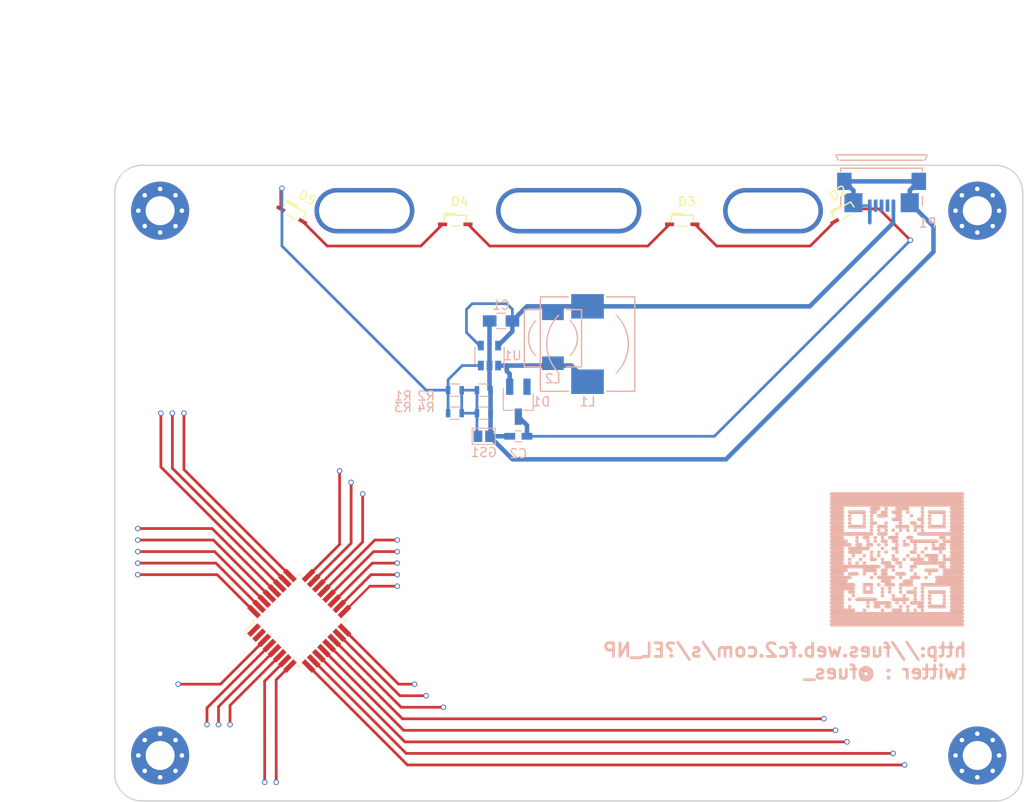
<source format=kicad_pcb>
(kicad_pcb (version 4) (host pcbnew 4.0.1-stable)

  (general
    (links 30)
    (no_connects 0)
    (area 39.924999 39.924999 140.075001 110.075001)
    (thickness 1.6)
    (drawings 16)
    (tracks 168)
    (zones 0)
    (modules 25)
    (nets 21)
  )

  (page A4)
  (layers
    (0 F.Cu signal)
    (31 B.Cu signal)
    (32 B.Adhes user)
    (33 F.Adhes user)
    (34 B.Paste user)
    (35 F.Paste user)
    (36 B.SilkS user)
    (37 F.SilkS user)
    (38 B.Mask user)
    (39 F.Mask user)
    (40 Dwgs.User user)
    (41 Cmts.User user)
    (42 Eco1.User user)
    (43 Eco2.User user)
    (44 Edge.Cuts user)
    (45 Margin user)
    (46 B.CrtYd user)
    (47 F.CrtYd user)
    (48 B.Fab user)
    (49 F.Fab user)
  )

  (setup
    (last_trace_width 0.3)
    (user_trace_width 0.3)
    (user_trace_width 0.4)
    (user_trace_width 0.5)
    (trace_clearance 0.2)
    (zone_clearance 0.4)
    (zone_45_only no)
    (trace_min 0.2)
    (segment_width 0.4)
    (edge_width 0.15)
    (via_size 0.6)
    (via_drill 0.4)
    (via_min_size 0.4)
    (via_min_drill 0.3)
    (user_via 0.8 0.5)
    (uvia_size 0.3)
    (uvia_drill 0.1)
    (uvias_allowed no)
    (uvia_min_size 0.2)
    (uvia_min_drill 0.1)
    (pcb_text_width 0.3)
    (pcb_text_size 1.5 1.5)
    (mod_edge_width 0.15)
    (mod_text_size 1 1)
    (mod_text_width 0.15)
    (pad_size 11 5)
    (pad_drill 10)
    (pad_to_mask_clearance 0.2)
    (aux_axis_origin 0 0)
    (visible_elements 7FFFFFFF)
    (pcbplotparams
      (layerselection 0x010f0_80000001)
      (usegerberextensions false)
      (excludeedgelayer true)
      (linewidth 0.100000)
      (plotframeref false)
      (viasonmask false)
      (mode 1)
      (useauxorigin false)
      (hpglpennumber 1)
      (hpglpenspeed 20)
      (hpglpendiameter 15)
      (hpglpenoverlay 2)
      (psnegative false)
      (psa4output false)
      (plotreference true)
      (plotvalue false)
      (plotinvisibletext false)
      (padsonsilk false)
      (subtractmaskfromsilk true)
      (outputformat 1)
      (mirror false)
      (drillshape 0)
      (scaleselection 1)
      (outputdirectory F:/Users/fues/Documents/KiCad_projects/nameplate/elecrow/))
  )

  (net 0 "")
  (net 1 +5V)
  (net 2 GND)
  (net 3 /LEDA)
  (net 4 "Net-(D1-Pad1)")
  (net 5 "Net-(D1-Pad2)")
  (net 6 "Net-(D2-Pad1)")
  (net 7 "Net-(D3-Pad1)")
  (net 8 "Net-(D4-Pad1)")
  (net 9 /LEDK)
  (net 10 "Net-(GS1-Pad1)")
  (net 11 "Net-(P1-Pad2)")
  (net 12 "Net-(P1-Pad3)")
  (net 13 "Net-(P1-Pad4)")
  (net 14 "Net-(H1-Pad1)")
  (net 15 "Net-(H2-Pad1)")
  (net 16 "Net-(H3-Pad1)")
  (net 17 "Net-(H4-Pad1)")
  (net 18 "Net-(H5-Pad1)")
  (net 19 "Net-(H6-Pad1)")
  (net 20 "Net-(H7-Pad1)")

  (net_class Default "これは標準のネット クラスです。"
    (clearance 0.2)
    (trace_width 0.3)
    (via_dia 0.6)
    (via_drill 0.4)
    (uvia_dia 0.3)
    (uvia_drill 0.1)
    (add_net +5V)
    (add_net /LEDA)
    (add_net /LEDK)
    (add_net GND)
    (add_net "Net-(D1-Pad1)")
    (add_net "Net-(D1-Pad2)")
    (add_net "Net-(D2-Pad1)")
    (add_net "Net-(D3-Pad1)")
    (add_net "Net-(D4-Pad1)")
    (add_net "Net-(GS1-Pad1)")
    (add_net "Net-(H1-Pad1)")
    (add_net "Net-(H2-Pad1)")
    (add_net "Net-(H3-Pad1)")
    (add_net "Net-(H4-Pad1)")
    (add_net "Net-(H5-Pad1)")
    (add_net "Net-(H6-Pad1)")
    (add_net "Net-(H7-Pad1)")
    (add_net "Net-(P1-Pad2)")
    (add_net "Net-(P1-Pad3)")
    (add_net "Net-(P1-Pad4)")
  )

  (net_class led ""
    (clearance 0.2)
    (trace_width 0.3)
    (via_dia 0.8)
    (via_drill 0.4)
    (uvia_dia 0.3)
    (uvia_drill 0.1)
  )

  (net_class pow ""
    (clearance 0.2)
    (trace_width 0.3)
    (via_dia 0.6)
    (via_drill 0.4)
    (uvia_dia 0.3)
    (uvia_drill 0.1)
  )

  (module Package_QFP_manual:TQFP-32_7x7mm_P0.8mm (layer F.Cu) (tedit 5A424BBF) (tstamp 5A45117D)
    (at 60.32 90.165 45)
    (descr "32-Lead Plastic Thin Quad Flatpack (PT) - 7x7x1.0 mm Body, 2.00 mm [TQFP] (see Microchip Packaging Specification 00000049BS.pdf)")
    (tags "QFP 0.8")
    (attr smd)
    (fp_text reference REF** (at 0 -6.05 45) (layer F.Fab) hide
      (effects (font (size 1 1) (thickness 0.15)))
    )
    (fp_text value TQFP-32_7x7mm_P0.8mm (at 0 6.05 45) (layer F.Fab)
      (effects (font (size 1 1) (thickness 0.15)))
    )
    (fp_text user %R (at 0 0 45) (layer F.Fab)
      (effects (font (size 1 1) (thickness 0.15)))
    )
    (fp_line (start -2.5 -3.5) (end 3.5 -3.5) (layer F.Fab) (width 0.15))
    (fp_line (start 3.5 -3.5) (end 3.5 3.5) (layer F.Fab) (width 0.15))
    (fp_line (start 3.5 3.5) (end -3.5 3.5) (layer F.Fab) (width 0.15))
    (fp_line (start -3.5 3.5) (end -3.5 -2.5) (layer F.Fab) (width 0.15))
    (fp_line (start -3.5 -2.5) (end -2.5 -3.5) (layer F.Fab) (width 0.15))
    (fp_line (start -5.3 -5.3) (end -5.3 5.3) (layer F.CrtYd) (width 0.05))
    (fp_line (start 5.3 -5.3) (end 5.3 5.3) (layer F.CrtYd) (width 0.05))
    (fp_line (start -5.3 -5.3) (end 5.3 -5.3) (layer F.CrtYd) (width 0.05))
    (fp_line (start -5.3 5.3) (end 5.3 5.3) (layer F.CrtYd) (width 0.05))
    (fp_line (start -3.625 -3.625) (end -3.625 -3.4) (layer F.SilkS) (width 0.15))
    (fp_line (start 3.625 -3.625) (end 3.625 -3.3) (layer F.SilkS) (width 0.15))
    (fp_line (start 3.625 3.625) (end 3.625 3.3) (layer F.SilkS) (width 0.15))
    (fp_line (start -3.625 3.625) (end -3.625 3.3) (layer F.SilkS) (width 0.15))
    (fp_line (start -3.625 -3.625) (end -3.3 -3.625) (layer F.SilkS) (width 0.15))
    (fp_line (start -3.625 3.625) (end -3.3 3.625) (layer F.SilkS) (width 0.15))
    (fp_line (start 3.625 3.625) (end 3.3 3.625) (layer F.SilkS) (width 0.15))
    (fp_line (start 3.625 -3.625) (end 3.3 -3.625) (layer F.SilkS) (width 0.15))
    (fp_line (start -3.625 -3.4) (end -5.05 -3.4) (layer F.SilkS) (width 0.15))
    (pad 1 smd rect (at -4.25 -2.8 45) (size 1.6 0.55) (layers F.Cu F.Paste F.Mask))
    (pad 2 smd rect (at -4.25 -2 45) (size 1.6 0.55) (layers F.Cu F.Paste F.Mask))
    (pad 3 smd rect (at -4.25 -1.2 45) (size 1.6 0.55) (layers F.Cu F.Paste F.Mask))
    (pad 4 smd rect (at -4.25 -0.4 45) (size 1.6 0.55) (layers F.Cu F.Paste F.Mask))
    (pad 5 smd rect (at -4.25 0.4 45) (size 1.6 0.55) (layers F.Cu F.Paste F.Mask))
    (pad 6 smd rect (at -4.25 1.2 45) (size 1.6 0.55) (layers F.Cu F.Paste F.Mask))
    (pad 7 smd rect (at -4.25 2 45) (size 1.6 0.55) (layers F.Cu F.Paste F.Mask))
    (pad 8 smd rect (at -4.25 2.8 45) (size 1.6 0.55) (layers F.Cu F.Paste F.Mask))
    (pad 9 smd rect (at -2.8 4.25 135) (size 1.6 0.55) (layers F.Cu F.Paste F.Mask))
    (pad 10 smd rect (at -2 4.25 135) (size 1.6 0.55) (layers F.Cu F.Paste F.Mask))
    (pad 11 smd rect (at -1.2 4.25 135) (size 1.6 0.55) (layers F.Cu F.Paste F.Mask))
    (pad 12 smd rect (at -0.4 4.25 135) (size 1.6 0.55) (layers F.Cu F.Paste F.Mask))
    (pad 13 smd rect (at 0.4 4.25 135) (size 1.6 0.55) (layers F.Cu F.Paste F.Mask))
    (pad 14 smd rect (at 1.2 4.25 135) (size 1.6 0.55) (layers F.Cu F.Paste F.Mask))
    (pad 15 smd rect (at 2 4.25 135) (size 1.6 0.55) (layers F.Cu F.Paste F.Mask))
    (pad 16 smd rect (at 2.8 4.25 135) (size 1.6 0.55) (layers F.Cu F.Paste F.Mask))
    (pad 17 smd rect (at 4.25 2.8 45) (size 1.6 0.55) (layers F.Cu F.Paste F.Mask))
    (pad 18 smd rect (at 4.25 2 45) (size 1.6 0.55) (layers F.Cu F.Paste F.Mask))
    (pad 19 smd rect (at 4.25 1.2 45) (size 1.6 0.55) (layers F.Cu F.Paste F.Mask))
    (pad 20 smd rect (at 4.25 0.4 45) (size 1.6 0.55) (layers F.Cu F.Paste F.Mask))
    (pad 21 smd rect (at 4.25 -0.4 45) (size 1.6 0.55) (layers F.Cu F.Paste F.Mask))
    (pad 22 smd rect (at 4.25 -1.2 45) (size 1.6 0.55) (layers F.Cu F.Paste F.Mask))
    (pad 23 smd rect (at 4.25 -2 45) (size 1.6 0.55) (layers F.Cu F.Paste F.Mask))
    (pad 24 smd rect (at 4.25 -2.8 45) (size 1.6 0.55) (layers F.Cu F.Paste F.Mask))
    (pad 25 smd rect (at 2.8 -4.25 135) (size 1.6 0.55) (layers F.Cu F.Paste F.Mask))
    (pad 26 smd rect (at 2 -4.25 135) (size 1.6 0.55) (layers F.Cu F.Paste F.Mask))
    (pad 27 smd rect (at 1.2 -4.25 135) (size 1.6 0.55) (layers F.Cu F.Paste F.Mask))
    (pad 28 smd rect (at 0.4 -4.25 135) (size 1.6 0.55) (layers F.Cu F.Paste F.Mask))
    (pad 29 smd rect (at -0.4 -4.25 135) (size 1.6 0.55) (layers F.Cu F.Paste F.Mask))
    (pad 30 smd rect (at -1.2 -4.25 135) (size 1.6 0.55) (layers F.Cu F.Paste F.Mask))
    (pad 31 smd rect (at -2 -4.25 135) (size 1.6 0.55) (layers F.Cu F.Paste F.Mask))
    (pad 32 smd rect (at -2.8 -4.25 135) (size 1.6 0.55) (layers F.Cu F.Paste F.Mask))
    (model ${KISYS3DMOD}/Package_QFP.3dshapes/TQFP-32_7x7mm_P0.8mm.wrl
      (at (xyz 0 0 0))
      (scale (xyz 1 1 1))
      (rotate (xyz 0 0 0))
    )
  )

  (module Mounting_Holes:MountingHole_3.2mm_M3_Pad_Via (layer F.Cu) (tedit 5A3D0E68) (tstamp 5A3CFCAB)
    (at 45 105)
    (descr "Mounting Hole 3.2mm, M3")
    (tags "mounting hole 3.2mm m3")
    (path /5A3D032E)
    (attr virtual)
    (fp_text reference H2 (at 0 -4.2) (layer F.Fab)
      (effects (font (size 1 1) (thickness 0.15)))
    )
    (fp_text value neji (at 0 4.2) (layer F.Fab)
      (effects (font (size 1 1) (thickness 0.15)))
    )
    (fp_text user %R (at 0.3 0) (layer F.Fab)
      (effects (font (size 1 1) (thickness 0.15)))
    )
    (fp_circle (center 0 0) (end 3.2 0) (layer Cmts.User) (width 0.15))
    (fp_circle (center 0 0) (end 3.45 0) (layer F.CrtYd) (width 0.05))
    (pad 1 thru_hole circle (at 0 0) (size 6.4 6.4) (drill 3.2) (layers *.Cu *.Mask)
      (net 15 "Net-(H2-Pad1)"))
    (pad "" thru_hole circle (at 2.4 0) (size 0.8 0.8) (drill 0.5) (layers *.Cu *.Mask))
    (pad "" thru_hole circle (at 1.697056 1.697056) (size 0.8 0.8) (drill 0.5) (layers *.Cu *.Mask))
    (pad "" thru_hole circle (at 0 2.4) (size 0.8 0.8) (drill 0.5) (layers *.Cu *.Mask))
    (pad "" thru_hole circle (at -1.697056 1.697056) (size 0.8 0.8) (drill 0.5) (layers *.Cu *.Mask))
    (pad "" thru_hole circle (at -2.4 0) (size 0.8 0.8) (drill 0.5) (layers *.Cu *.Mask))
    (pad "" thru_hole circle (at -1.697056 -1.697056) (size 0.8 0.8) (drill 0.5) (layers *.Cu *.Mask))
    (pad "" thru_hole circle (at 0 -2.4) (size 0.8 0.8) (drill 0.5) (layers *.Cu *.Mask))
    (pad "" thru_hole circle (at 1.697056 -1.697056) (size 0.8 0.8) (drill 0.5) (layers *.Cu *.Mask))
  )

  (module Mounting_Holes:MountingHole_3.2mm_M3_Pad_Via (layer F.Cu) (tedit 5A3D0E5A) (tstamp 5A3CFCB3)
    (at 135 105)
    (descr "Mounting Hole 3.2mm, M3")
    (tags "mounting hole 3.2mm m3")
    (path /5A3D03CC)
    (attr virtual)
    (fp_text reference H4 (at 0 -4.2) (layer F.Fab)
      (effects (font (size 1 1) (thickness 0.15)))
    )
    (fp_text value neji (at 0 4.2) (layer F.Fab)
      (effects (font (size 1 1) (thickness 0.15)))
    )
    (fp_text user %R (at 0.3 0) (layer F.Fab)
      (effects (font (size 1 1) (thickness 0.15)))
    )
    (fp_circle (center 0 0) (end 3.2 0) (layer Cmts.User) (width 0.15))
    (fp_circle (center 0 0) (end 3.45 0) (layer F.CrtYd) (width 0.05))
    (pad 1 thru_hole circle (at 0 0) (size 6.4 6.4) (drill 3.2) (layers *.Cu *.Mask)
      (net 17 "Net-(H4-Pad1)"))
    (pad "" thru_hole circle (at 2.4 0) (size 0.8 0.8) (drill 0.5) (layers *.Cu *.Mask))
    (pad "" thru_hole circle (at 1.697056 1.697056) (size 0.8 0.8) (drill 0.5) (layers *.Cu *.Mask))
    (pad "" thru_hole circle (at 0 2.4) (size 0.8 0.8) (drill 0.5) (layers *.Cu *.Mask))
    (pad "" thru_hole circle (at -1.697056 1.697056) (size 0.8 0.8) (drill 0.5) (layers *.Cu *.Mask))
    (pad "" thru_hole circle (at -2.4 0) (size 0.8 0.8) (drill 0.5) (layers *.Cu *.Mask))
    (pad "" thru_hole circle (at -1.697056 -1.697056) (size 0.8 0.8) (drill 0.5) (layers *.Cu *.Mask))
    (pad "" thru_hole circle (at 0 -2.4) (size 0.8 0.8) (drill 0.5) (layers *.Cu *.Mask))
    (pad "" thru_hole circle (at 1.697056 -1.697056) (size 0.8 0.8) (drill 0.5) (layers *.Cu *.Mask))
  )

  (module Mounting_Holes:MountingHole_3.2mm_M3_Pad_Via (layer F.Cu) (tedit 5A3D0E47) (tstamp 5A3CFCAF)
    (at 135 45)
    (descr "Mounting Hole 3.2mm, M3")
    (tags "mounting hole 3.2mm m3")
    (path /5A3D03C6)
    (attr virtual)
    (fp_text reference H3 (at 0 -4.2) (layer F.Fab)
      (effects (font (size 1 1) (thickness 0.15)))
    )
    (fp_text value neji (at 0 4.2) (layer F.Fab)
      (effects (font (size 1 1) (thickness 0.15)))
    )
    (fp_text user %R (at 0.3 0) (layer F.Fab)
      (effects (font (size 1 1) (thickness 0.15)))
    )
    (fp_circle (center 0 0) (end 3.2 0) (layer Cmts.User) (width 0.15))
    (fp_circle (center 0 0) (end 3.45 0) (layer F.CrtYd) (width 0.05))
    (pad 1 thru_hole circle (at 0 0) (size 6.4 6.4) (drill 3.2) (layers *.Cu *.Mask)
      (net 16 "Net-(H3-Pad1)"))
    (pad "" thru_hole circle (at 2.4 0) (size 0.8 0.8) (drill 0.5) (layers *.Cu *.Mask))
    (pad "" thru_hole circle (at 1.697056 1.697056) (size 0.8 0.8) (drill 0.5) (layers *.Cu *.Mask))
    (pad "" thru_hole circle (at 0 2.4) (size 0.8 0.8) (drill 0.5) (layers *.Cu *.Mask))
    (pad "" thru_hole circle (at -1.697056 1.697056) (size 0.8 0.8) (drill 0.5) (layers *.Cu *.Mask))
    (pad "" thru_hole circle (at -2.4 0) (size 0.8 0.8) (drill 0.5) (layers *.Cu *.Mask))
    (pad "" thru_hole circle (at -1.697056 -1.697056) (size 0.8 0.8) (drill 0.5) (layers *.Cu *.Mask))
    (pad "" thru_hole circle (at 0 -2.4) (size 0.8 0.8) (drill 0.5) (layers *.Cu *.Mask))
    (pad "" thru_hole circle (at 1.697056 -1.697056) (size 0.8 0.8) (drill 0.5) (layers *.Cu *.Mask))
  )

  (module fues-mounting_hole:M3-drillHole_5mm_nosilk (layer F.Cu) (tedit 5A3CFE2F) (tstamp 5A3CFCB7)
    (at 67.5 45)
    (path /5A3D0512)
    (fp_text reference H5 (at 0 0.5) (layer F.SilkS) hide
      (effects (font (size 1 1) (thickness 0.15)))
    )
    (fp_text value himo (at 0 -0.5) (layer F.Fab) hide
      (effects (font (size 1 1) (thickness 0.15)))
    )
    (pad 1 thru_hole oval (at 0 0) (size 11 5) (drill oval 10 4) (layers *.Cu *.Mask)
      (net 18 "Net-(H5-Pad1)"))
  )

  (module fues-mounting_hole:M3-drillHole_5mm_nosilk (layer F.Cu) (tedit 5A3CFDF3) (tstamp 5A3CFCBB)
    (at 90 45)
    (path /5A3D05DC)
    (fp_text reference H6 (at 0 0.5) (layer F.SilkS) hide
      (effects (font (size 1 1) (thickness 0.15)))
    )
    (fp_text value himo (at 0 -0.5) (layer F.Fab) hide
      (effects (font (size 1 1) (thickness 0.15)))
    )
    (pad 1 thru_hole oval (at 0 0) (size 16 5) (drill oval 15 4) (layers *.Cu *.Mask)
      (net 19 "Net-(H6-Pad1)"))
  )

  (module fues-mounting_hole:M3-drillHole_5mm_nosilk (layer F.Cu) (tedit 5A3CFE4E) (tstamp 5A3CFCBF)
    (at 112.5 45)
    (path /5A3D063E)
    (fp_text reference H7 (at 0 0.5) (layer F.SilkS) hide
      (effects (font (size 1 1) (thickness 0.15)))
    )
    (fp_text value himo (at 0 -0.5) (layer F.Fab) hide
      (effects (font (size 1 1) (thickness 0.15)))
    )
    (pad 1 thru_hole oval (at 0 0) (size 11 5) (drill oval 10 4) (layers *.Cu *.Mask)
      (net 20 "Net-(H7-Pad1)"))
  )

  (module TO_SOT_Packages_SMD:SC-59_Handsoldering (layer B.Cu) (tedit 5A3D0648) (tstamp 5A3BCA8B)
    (at 84.45 66.035 270)
    (descr "SC-59, hand-soldering varaint, https://lib.chipdip.ru/images/import_diod/original/SOT-23_SC-59.jpg")
    (tags "SC-59 hand-soldering")
    (path /5A3CB98C)
    (attr smd)
    (fp_text reference D1 (at 0 -2.54 360) (layer B.SilkS)
      (effects (font (size 1 1) (thickness 0.15)) (justify mirror))
    )
    (fp_text value D (at 0 -2.5 270) (layer B.Fab)
      (effects (font (size 1 1) (thickness 0.15)) (justify mirror))
    )
    (fp_text user %R (at 0 0 540) (layer B.Fab)
      (effects (font (size 0.5 0.5) (thickness 0.075)) (justify mirror))
    )
    (fp_line (start -0.85 -1.55) (end -0.85 1) (layer B.Fab) (width 0.1))
    (fp_line (start -1.45 1.65) (end 0.95 1.65) (layer B.SilkS) (width 0.12))
    (fp_line (start 0.95 1.65) (end 0.95 0.6) (layer B.SilkS) (width 0.12))
    (fp_line (start -0.85 -1.65) (end 0.95 -1.65) (layer B.SilkS) (width 0.12))
    (fp_line (start 0.95 -1.65) (end 0.95 -0.6) (layer B.SilkS) (width 0.12))
    (fp_line (start -0.85 -1.55) (end 0.85 -1.55) (layer B.Fab) (width 0.1))
    (fp_line (start -0.3 1.55) (end -0.85 1) (layer B.Fab) (width 0.1))
    (fp_line (start -0.3 1.55) (end 0.85 1.55) (layer B.Fab) (width 0.1))
    (fp_line (start 0.85 1.52) (end 0.85 -1.52) (layer B.Fab) (width 0.1))
    (fp_line (start -2.8 1.8) (end 2.8 1.8) (layer B.CrtYd) (width 0.05))
    (fp_line (start -2.8 1.8) (end -2.8 -1.8) (layer B.CrtYd) (width 0.05))
    (fp_line (start 2.8 -1.8) (end 2.8 1.8) (layer B.CrtYd) (width 0.05))
    (fp_line (start 2.8 -1.8) (end -2.8 -1.8) (layer B.CrtYd) (width 0.05))
    (pad 1 smd rect (at -1.65 0.95 270) (size 1.8 0.8) (layers B.Cu B.Paste B.Mask)
      (net 4 "Net-(D1-Pad1)"))
    (pad 2 smd rect (at -1.65 -0.95 270) (size 1.8 0.8) (layers B.Cu B.Paste B.Mask)
      (net 5 "Net-(D1-Pad2)"))
    (pad 3 smd rect (at 1.65 0 270) (size 1.8 0.8) (layers B.Cu B.Paste B.Mask)
      (net 3 /LEDA))
    (model ${KISYS3DMOD}/TO_SOT_Packages_SMD.3dshapes\SC-59.wrl
      (at (xyz 0 0 0))
      (scale (xyz 1 1 1))
      (rotate (xyz 0 0 0))
    )
  )

  (module Capacitors_SMD:C_0805_HandSoldering (layer B.Cu) (tedit 58AA84A8) (tstamp 5A3BCA7E)
    (at 82.545 57.145 180)
    (descr "Capacitor SMD 0805, hand soldering")
    (tags "capacitor 0805")
    (path /5A3CCEFB)
    (attr smd)
    (fp_text reference C1 (at 0 1.75 180) (layer B.SilkS)
      (effects (font (size 1 1) (thickness 0.15)) (justify mirror))
    )
    (fp_text value 4.7u (at 0 -1.75 180) (layer B.Fab)
      (effects (font (size 1 1) (thickness 0.15)) (justify mirror))
    )
    (fp_text user %R (at 0 1.75 180) (layer B.Fab)
      (effects (font (size 1 1) (thickness 0.15)) (justify mirror))
    )
    (fp_line (start -1 -0.62) (end -1 0.62) (layer B.Fab) (width 0.1))
    (fp_line (start 1 -0.62) (end -1 -0.62) (layer B.Fab) (width 0.1))
    (fp_line (start 1 0.62) (end 1 -0.62) (layer B.Fab) (width 0.1))
    (fp_line (start -1 0.62) (end 1 0.62) (layer B.Fab) (width 0.1))
    (fp_line (start 0.5 0.85) (end -0.5 0.85) (layer B.SilkS) (width 0.12))
    (fp_line (start -0.5 -0.85) (end 0.5 -0.85) (layer B.SilkS) (width 0.12))
    (fp_line (start -2.25 0.88) (end 2.25 0.88) (layer B.CrtYd) (width 0.05))
    (fp_line (start -2.25 0.88) (end -2.25 -0.87) (layer B.CrtYd) (width 0.05))
    (fp_line (start 2.25 -0.87) (end 2.25 0.88) (layer B.CrtYd) (width 0.05))
    (fp_line (start 2.25 -0.87) (end -2.25 -0.87) (layer B.CrtYd) (width 0.05))
    (pad 1 smd rect (at -1.25 0 180) (size 1.5 1.25) (layers B.Cu B.Paste B.Mask)
      (net 1 +5V))
    (pad 2 smd rect (at 1.25 0 180) (size 1.5 1.25) (layers B.Cu B.Paste B.Mask)
      (net 2 GND))
    (model Capacitors_SMD.3dshapes/C_0805.wrl
      (at (xyz 0 0 0))
      (scale (xyz 1 1 1))
      (rotate (xyz 0 0 0))
    )
  )

  (module Capacitors_SMD:C_0603_HandSoldering (layer B.Cu) (tedit 5A3D0609) (tstamp 5A3BCA84)
    (at 84.45 69.845 180)
    (descr "Capacitor SMD 0603, hand soldering")
    (tags "capacitor 0603")
    (path /5A3CBA82)
    (attr smd)
    (fp_text reference C2 (at 0 -1.905 180) (layer B.SilkS)
      (effects (font (size 1 1) (thickness 0.15)) (justify mirror))
    )
    (fp_text value 0.22u (at 0 -1.5 180) (layer B.Fab)
      (effects (font (size 1 1) (thickness 0.15)) (justify mirror))
    )
    (fp_text user %R (at 0 1.25 180) (layer B.Fab)
      (effects (font (size 1 1) (thickness 0.15)) (justify mirror))
    )
    (fp_line (start -0.8 -0.4) (end -0.8 0.4) (layer B.Fab) (width 0.1))
    (fp_line (start 0.8 -0.4) (end -0.8 -0.4) (layer B.Fab) (width 0.1))
    (fp_line (start 0.8 0.4) (end 0.8 -0.4) (layer B.Fab) (width 0.1))
    (fp_line (start -0.8 0.4) (end 0.8 0.4) (layer B.Fab) (width 0.1))
    (fp_line (start -0.35 0.6) (end 0.35 0.6) (layer B.SilkS) (width 0.12))
    (fp_line (start 0.35 -0.6) (end -0.35 -0.6) (layer B.SilkS) (width 0.12))
    (fp_line (start -1.8 0.65) (end 1.8 0.65) (layer B.CrtYd) (width 0.05))
    (fp_line (start -1.8 0.65) (end -1.8 -0.65) (layer B.CrtYd) (width 0.05))
    (fp_line (start 1.8 -0.65) (end 1.8 0.65) (layer B.CrtYd) (width 0.05))
    (fp_line (start 1.8 -0.65) (end -1.8 -0.65) (layer B.CrtYd) (width 0.05))
    (pad 1 smd rect (at -0.95 0 180) (size 1.2 0.75) (layers B.Cu B.Paste B.Mask)
      (net 3 /LEDA))
    (pad 2 smd rect (at 0.95 0 180) (size 1.2 0.75) (layers B.Cu B.Paste B.Mask)
      (net 2 GND))
    (model Capacitors_SMD.3dshapes/C_0603.wrl
      (at (xyz 0 0 0))
      (scale (xyz 1 1 1))
      (rotate (xyz 0 0 0))
    )
  )

  (module Connectors:GS2 (layer B.Cu) (tedit 586134A1) (tstamp 5A3BCAB9)
    (at 80.64 69.845 270)
    (descr "2-pin solder bridge")
    (tags "solder bridge")
    (path /5A3D14FD)
    (attr smd)
    (fp_text reference GS1 (at 1.78 0 540) (layer B.SilkS)
      (effects (font (size 1 1) (thickness 0.15)) (justify mirror))
    )
    (fp_text value GS2 (at -1.8 0 540) (layer B.Fab)
      (effects (font (size 1 1) (thickness 0.15)) (justify mirror))
    )
    (fp_line (start 1.1 1.45) (end 1.1 -1.5) (layer B.CrtYd) (width 0.05))
    (fp_line (start 1.1 -1.5) (end -1.1 -1.5) (layer B.CrtYd) (width 0.05))
    (fp_line (start -1.1 -1.5) (end -1.1 1.45) (layer B.CrtYd) (width 0.05))
    (fp_line (start -1.1 1.45) (end 1.1 1.45) (layer B.CrtYd) (width 0.05))
    (fp_line (start -0.89 1.27) (end -0.89 -1.27) (layer B.SilkS) (width 0.12))
    (fp_line (start 0.89 -1.27) (end 0.89 1.27) (layer B.SilkS) (width 0.12))
    (fp_line (start 0.89 -1.27) (end -0.89 -1.27) (layer B.SilkS) (width 0.12))
    (fp_line (start -0.89 1.27) (end 0.89 1.27) (layer B.SilkS) (width 0.12))
    (pad 1 smd rect (at 0 0.64 270) (size 1.27 0.97) (layers B.Cu B.Paste B.Mask)
      (net 10 "Net-(GS1-Pad1)"))
    (pad 2 smd rect (at 0 -0.64 270) (size 1.27 0.97) (layers B.Cu B.Paste B.Mask)
      (net 2 GND))
  )

  (module Resistors_SMD:R_0603 (layer B.Cu) (tedit 5A3D063E) (tstamp 5A3BCAD8)
    (at 77.465 64.765)
    (descr "Resistor SMD 0603, reflow soldering, Vishay (see dcrcw.pdf)")
    (tags "resistor 0603")
    (path /5A3CC474)
    (attr smd)
    (fp_text reference R1 (at -5.715 0.635) (layer B.SilkS)
      (effects (font (size 1 1) (thickness 0.15)) (justify mirror))
    )
    (fp_text value x (at 0 -1.5) (layer B.Fab)
      (effects (font (size 1 1) (thickness 0.15)) (justify mirror))
    )
    (fp_text user %R (at 0 0) (layer B.Fab)
      (effects (font (size 0.4 0.4) (thickness 0.075)) (justify mirror))
    )
    (fp_line (start -0.8 -0.4) (end -0.8 0.4) (layer B.Fab) (width 0.1))
    (fp_line (start 0.8 -0.4) (end -0.8 -0.4) (layer B.Fab) (width 0.1))
    (fp_line (start 0.8 0.4) (end 0.8 -0.4) (layer B.Fab) (width 0.1))
    (fp_line (start -0.8 0.4) (end 0.8 0.4) (layer B.Fab) (width 0.1))
    (fp_line (start 0.5 -0.68) (end -0.5 -0.68) (layer B.SilkS) (width 0.12))
    (fp_line (start -0.5 0.68) (end 0.5 0.68) (layer B.SilkS) (width 0.12))
    (fp_line (start -1.25 0.7) (end 1.25 0.7) (layer B.CrtYd) (width 0.05))
    (fp_line (start -1.25 0.7) (end -1.25 -0.7) (layer B.CrtYd) (width 0.05))
    (fp_line (start 1.25 -0.7) (end 1.25 0.7) (layer B.CrtYd) (width 0.05))
    (fp_line (start 1.25 -0.7) (end -1.25 -0.7) (layer B.CrtYd) (width 0.05))
    (pad 1 smd rect (at -0.75 0) (size 0.5 0.9) (layers B.Cu B.Paste B.Mask)
      (net 9 /LEDK))
    (pad 2 smd rect (at 0.75 0) (size 0.5 0.9) (layers B.Cu B.Paste B.Mask)
      (net 10 "Net-(GS1-Pad1)"))
    (model ${KISYS3DMOD}/Resistors_SMD.3dshapes/R_0603.wrl
      (at (xyz 0 0 0))
      (scale (xyz 1 1 1))
      (rotate (xyz 0 0 0))
    )
  )

  (module Resistors_SMD:R_0603 (layer B.Cu) (tedit 5A3D063C) (tstamp 5A3BCADE)
    (at 80.64 64.765)
    (descr "Resistor SMD 0603, reflow soldering, Vishay (see dcrcw.pdf)")
    (tags "resistor 0603")
    (path /5A3CC53C)
    (attr smd)
    (fp_text reference R2 (at -6.35 0.635) (layer B.SilkS)
      (effects (font (size 1 1) (thickness 0.15)) (justify mirror))
    )
    (fp_text value x (at 0 -1.5) (layer B.Fab)
      (effects (font (size 1 1) (thickness 0.15)) (justify mirror))
    )
    (fp_text user %R (at 0 0) (layer B.Fab)
      (effects (font (size 0.4 0.4) (thickness 0.075)) (justify mirror))
    )
    (fp_line (start -0.8 -0.4) (end -0.8 0.4) (layer B.Fab) (width 0.1))
    (fp_line (start 0.8 -0.4) (end -0.8 -0.4) (layer B.Fab) (width 0.1))
    (fp_line (start 0.8 0.4) (end 0.8 -0.4) (layer B.Fab) (width 0.1))
    (fp_line (start -0.8 0.4) (end 0.8 0.4) (layer B.Fab) (width 0.1))
    (fp_line (start 0.5 -0.68) (end -0.5 -0.68) (layer B.SilkS) (width 0.12))
    (fp_line (start -0.5 0.68) (end 0.5 0.68) (layer B.SilkS) (width 0.12))
    (fp_line (start -1.25 0.7) (end 1.25 0.7) (layer B.CrtYd) (width 0.05))
    (fp_line (start -1.25 0.7) (end -1.25 -0.7) (layer B.CrtYd) (width 0.05))
    (fp_line (start 1.25 -0.7) (end 1.25 0.7) (layer B.CrtYd) (width 0.05))
    (fp_line (start 1.25 -0.7) (end -1.25 -0.7) (layer B.CrtYd) (width 0.05))
    (pad 1 smd rect (at -0.75 0) (size 0.5 0.9) (layers B.Cu B.Paste B.Mask)
      (net 10 "Net-(GS1-Pad1)"))
    (pad 2 smd rect (at 0.75 0) (size 0.5 0.9) (layers B.Cu B.Paste B.Mask)
      (net 2 GND))
    (model ${KISYS3DMOD}/Resistors_SMD.3dshapes/R_0603.wrl
      (at (xyz 0 0 0))
      (scale (xyz 1 1 1))
      (rotate (xyz 0 0 0))
    )
  )

  (module Resistors_SMD:R_0603 (layer B.Cu) (tedit 5A3D063F) (tstamp 5A3BCAE4)
    (at 77.465 67.305)
    (descr "Resistor SMD 0603, reflow soldering, Vishay (see dcrcw.pdf)")
    (tags "resistor 0603")
    (path /5A3CC4B5)
    (attr smd)
    (fp_text reference R3 (at -5.715 -0.635) (layer B.SilkS)
      (effects (font (size 1 1) (thickness 0.15)) (justify mirror))
    )
    (fp_text value x (at 0 -1.5) (layer B.Fab)
      (effects (font (size 1 1) (thickness 0.15)) (justify mirror))
    )
    (fp_text user %R (at 0 0) (layer B.Fab)
      (effects (font (size 0.4 0.4) (thickness 0.075)) (justify mirror))
    )
    (fp_line (start -0.8 -0.4) (end -0.8 0.4) (layer B.Fab) (width 0.1))
    (fp_line (start 0.8 -0.4) (end -0.8 -0.4) (layer B.Fab) (width 0.1))
    (fp_line (start 0.8 0.4) (end 0.8 -0.4) (layer B.Fab) (width 0.1))
    (fp_line (start -0.8 0.4) (end 0.8 0.4) (layer B.Fab) (width 0.1))
    (fp_line (start 0.5 -0.68) (end -0.5 -0.68) (layer B.SilkS) (width 0.12))
    (fp_line (start -0.5 0.68) (end 0.5 0.68) (layer B.SilkS) (width 0.12))
    (fp_line (start -1.25 0.7) (end 1.25 0.7) (layer B.CrtYd) (width 0.05))
    (fp_line (start -1.25 0.7) (end -1.25 -0.7) (layer B.CrtYd) (width 0.05))
    (fp_line (start 1.25 -0.7) (end 1.25 0.7) (layer B.CrtYd) (width 0.05))
    (fp_line (start 1.25 -0.7) (end -1.25 -0.7) (layer B.CrtYd) (width 0.05))
    (pad 1 smd rect (at -0.75 0) (size 0.5 0.9) (layers B.Cu B.Paste B.Mask)
      (net 9 /LEDK))
    (pad 2 smd rect (at 0.75 0) (size 0.5 0.9) (layers B.Cu B.Paste B.Mask)
      (net 10 "Net-(GS1-Pad1)"))
    (model ${KISYS3DMOD}/Resistors_SMD.3dshapes/R_0603.wrl
      (at (xyz 0 0 0))
      (scale (xyz 1 1 1))
      (rotate (xyz 0 0 0))
    )
  )

  (module Resistors_SMD:R_0603 (layer B.Cu) (tedit 5A3D0638) (tstamp 5A3BCAEA)
    (at 80.64 67.305)
    (descr "Resistor SMD 0603, reflow soldering, Vishay (see dcrcw.pdf)")
    (tags "resistor 0603")
    (path /5A3CC572)
    (attr smd)
    (fp_text reference R4 (at -6.35 -0.635) (layer B.SilkS)
      (effects (font (size 1 1) (thickness 0.15)) (justify mirror))
    )
    (fp_text value x (at 0 -1.5) (layer B.Fab)
      (effects (font (size 1 1) (thickness 0.15)) (justify mirror))
    )
    (fp_text user %R (at 0 0) (layer B.Fab)
      (effects (font (size 0.4 0.4) (thickness 0.075)) (justify mirror))
    )
    (fp_line (start -0.8 -0.4) (end -0.8 0.4) (layer B.Fab) (width 0.1))
    (fp_line (start 0.8 -0.4) (end -0.8 -0.4) (layer B.Fab) (width 0.1))
    (fp_line (start 0.8 0.4) (end 0.8 -0.4) (layer B.Fab) (width 0.1))
    (fp_line (start -0.8 0.4) (end 0.8 0.4) (layer B.Fab) (width 0.1))
    (fp_line (start 0.5 -0.68) (end -0.5 -0.68) (layer B.SilkS) (width 0.12))
    (fp_line (start -0.5 0.68) (end 0.5 0.68) (layer B.SilkS) (width 0.12))
    (fp_line (start -1.25 0.7) (end 1.25 0.7) (layer B.CrtYd) (width 0.05))
    (fp_line (start -1.25 0.7) (end -1.25 -0.7) (layer B.CrtYd) (width 0.05))
    (fp_line (start 1.25 -0.7) (end 1.25 0.7) (layer B.CrtYd) (width 0.05))
    (fp_line (start 1.25 -0.7) (end -1.25 -0.7) (layer B.CrtYd) (width 0.05))
    (pad 1 smd rect (at -0.75 0) (size 0.5 0.9) (layers B.Cu B.Paste B.Mask)
      (net 10 "Net-(GS1-Pad1)"))
    (pad 2 smd rect (at 0.75 0) (size 0.5 0.9) (layers B.Cu B.Paste B.Mask)
      (net 2 GND))
    (model ${KISYS3DMOD}/Resistors_SMD.3dshapes/R_0603.wrl
      (at (xyz 0 0 0))
      (scale (xyz 1 1 1))
      (rotate (xyz 0 0 0))
    )
  )

  (module TO_SOT_Packages_SMD:SOT-23-5 (layer B.Cu) (tedit 5A3D062B) (tstamp 5A3BCAF3)
    (at 81.275 60.955 90)
    (descr "5-pin SOT23 package")
    (tags SOT-23-5)
    (path /5A3CB567)
    (attr smd)
    (fp_text reference U1 (at 0 2.54 180) (layer B.SilkS)
      (effects (font (size 1 1) (thickness 0.15)) (justify mirror))
    )
    (fp_text value CAT4238 (at 0 -2.9 90) (layer B.Fab)
      (effects (font (size 1 1) (thickness 0.15)) (justify mirror))
    )
    (fp_text user %R (at 0 0 360) (layer B.Fab)
      (effects (font (size 0.5 0.5) (thickness 0.075)) (justify mirror))
    )
    (fp_line (start -0.9 -1.61) (end 0.9 -1.61) (layer B.SilkS) (width 0.12))
    (fp_line (start 0.9 1.61) (end -1.55 1.61) (layer B.SilkS) (width 0.12))
    (fp_line (start -1.9 1.8) (end 1.9 1.8) (layer B.CrtYd) (width 0.05))
    (fp_line (start 1.9 1.8) (end 1.9 -1.8) (layer B.CrtYd) (width 0.05))
    (fp_line (start 1.9 -1.8) (end -1.9 -1.8) (layer B.CrtYd) (width 0.05))
    (fp_line (start -1.9 -1.8) (end -1.9 1.8) (layer B.CrtYd) (width 0.05))
    (fp_line (start -0.9 0.9) (end -0.25 1.55) (layer B.Fab) (width 0.1))
    (fp_line (start 0.9 1.55) (end -0.25 1.55) (layer B.Fab) (width 0.1))
    (fp_line (start -0.9 0.9) (end -0.9 -1.55) (layer B.Fab) (width 0.1))
    (fp_line (start 0.9 -1.55) (end -0.9 -1.55) (layer B.Fab) (width 0.1))
    (fp_line (start 0.9 1.55) (end 0.9 -1.55) (layer B.Fab) (width 0.1))
    (pad 1 smd rect (at -1.1 0.95 90) (size 1.06 0.65) (layers B.Cu B.Paste B.Mask)
      (net 4 "Net-(D1-Pad1)"))
    (pad 2 smd rect (at -1.1 0 90) (size 1.06 0.65) (layers B.Cu B.Paste B.Mask)
      (net 2 GND))
    (pad 3 smd rect (at -1.1 -0.95 90) (size 1.06 0.65) (layers B.Cu B.Paste B.Mask)
      (net 9 /LEDK))
    (pad 4 smd rect (at 1.1 -0.95 90) (size 1.06 0.65) (layers B.Cu B.Paste B.Mask)
      (net 1 +5V))
    (pad 5 smd rect (at 1.1 0.95 90) (size 1.06 0.65) (layers B.Cu B.Paste B.Mask)
      (net 1 +5V))
    (model ${KISYS3DMOD}/TO_SOT_Packages_SMD.3dshapes/SOT-23-5.wrl
      (at (xyz 0 0 0))
      (scale (xyz 1 1 1))
      (rotate (xyz 0 0 0))
    )
  )

  (module Choke_SMD:Choke_SMD_10.4x10.4_H4.8 (layer B.Cu) (tedit 5A3E5F9D) (tstamp 5A3BCC54)
    (at 92.07 59.685 270)
    (descr "Choke, SMD, 10.4x10.4mm 4.8mm height")
    (tags "Choke, SMD")
    (path /5A3CB3D3)
    (attr smd)
    (fp_text reference L1 (at 6.35 0 540) (layer B.SilkS)
      (effects (font (size 1 1) (thickness 0.15)) (justify mirror))
    )
    (fp_text value 47u (at 0 -6.35 270) (layer B.Fab)
      (effects (font (size 1 1) (thickness 0.15)) (justify mirror))
    )
    (fp_line (start -5.75 5.45) (end -5.75 -5.45) (layer B.CrtYd) (width 0.05))
    (fp_line (start -5.75 -5.45) (end 5.75 -5.45) (layer B.CrtYd) (width 0.05))
    (fp_line (start 5.75 -5.45) (end 5.75 5.45) (layer B.CrtYd) (width 0.05))
    (fp_line (start 5.75 5.45) (end -5.75 5.45) (layer B.CrtYd) (width 0.05))
    (fp_arc (start 0 0) (end 3.175 -3.175) (angle -90) (layer B.SilkS) (width 0.15))
    (fp_arc (start 0 0) (end -3.175 3.175) (angle -90) (layer B.SilkS) (width 0.15))
    (fp_line (start 5.2 5.2) (end 5.2 2.1) (layer B.SilkS) (width 0.15))
    (fp_line (start -5.2 5.2) (end -5.2 2.1) (layer B.SilkS) (width 0.15))
    (fp_line (start 5.2 -5.2) (end 5.2 -2.1) (layer B.SilkS) (width 0.15))
    (fp_line (start -5.2 -5.2) (end -5.2 -2.1) (layer B.SilkS) (width 0.15))
    (fp_line (start -5.2 5.2) (end 5.2 5.2) (layer B.SilkS) (width 0.15))
    (fp_line (start -5.2 -5.2) (end 5.2 -5.2) (layer B.SilkS) (width 0.15))
    (pad 1 smd rect (at -4.15 0 270) (size 2.7 3.6) (layers B.Cu B.Paste B.Mask)
      (net 1 +5V))
    (pad 2 smd rect (at 4.15 0 270) (size 2.7 3.6) (layers B.Cu B.Paste B.Mask)
      (net 4 "Net-(D1-Pad1)"))
  )

  (module Choke_SMD:Choke_SMD_6.3x6.3_H3 (layer B.Cu) (tedit 5A3E5F9B) (tstamp 5A3BCC59)
    (at 88.26 59.05 270)
    (descr "Choke, SMD, 6.3x6.3mm 3mm height")
    (tags "Choke, SMD")
    (path /5A3D01CB)
    (attr smd)
    (fp_text reference L2 (at 4.445 0 360) (layer B.SilkS)
      (effects (font (size 1 1) (thickness 0.15)) (justify mirror))
    )
    (fp_text value 47u (at 0 -4.445 270) (layer B.Fab)
      (effects (font (size 1 1) (thickness 0.15)) (justify mirror))
    )
    (fp_line (start -3.75 3.4) (end -3.75 -3.4) (layer B.CrtYd) (width 0.05))
    (fp_line (start -3.75 -3.4) (end 3.75 -3.4) (layer B.CrtYd) (width 0.05))
    (fp_line (start 3.75 -3.4) (end 3.75 3.4) (layer B.CrtYd) (width 0.05))
    (fp_line (start 3.75 3.4) (end -3.75 3.4) (layer B.CrtYd) (width 0.05))
    (fp_arc (start 0 0) (end -1.905 1.905) (angle -90) (layer B.SilkS) (width 0.15))
    (fp_arc (start 0 0) (end 1.905 -1.905) (angle -90) (layer B.SilkS) (width 0.15))
    (fp_line (start 3.15 -3.15) (end 3.15 -1.5) (layer B.SilkS) (width 0.15))
    (fp_line (start 3.15 3.15) (end 3.15 1.5) (layer B.SilkS) (width 0.15))
    (fp_line (start -3.15 -3.15) (end -3.15 -1.5) (layer B.SilkS) (width 0.15))
    (fp_line (start -3.15 3.15) (end -3.15 1.5) (layer B.SilkS) (width 0.15))
    (fp_line (start -3.15 3.15) (end 3.15 3.15) (layer B.SilkS) (width 0.15))
    (fp_line (start -3.15 -3.15) (end 3.15 -3.15) (layer B.SilkS) (width 0.15))
    (pad 1 smd rect (at -2.75 0 270) (size 1.5 2.4) (layers B.Cu B.Paste B.Mask)
      (net 1 +5V))
    (pad 2 smd rect (at 2.75 0 270) (size 1.5 2.4) (layers B.Cu B.Paste B.Mask)
      (net 4 "Net-(D1-Pad1)"))
  )

  (module fues-connect:ZX62R-B-5P (layer B.Cu) (tedit 5A3D09B9) (tstamp 5A3BCAD2)
    (at 124.455 44.445 180)
    (tags "USB microB")
    (path /5A3CB0DA)
    (fp_text reference P1 (at -5.08 -1.905 180) (layer B.SilkS)
      (effects (font (size 1 1) (thickness 0.15)) (justify mirror))
    )
    (fp_text value USB_OTG (at 4.445 -1.905 180) (layer B.Fab)
      (effects (font (size 1 1) (thickness 0.15)) (justify mirror))
    )
    (fp_line (start 5 5.5) (end 4.75 5) (layer B.SilkS) (width 0.15))
    (fp_line (start -5 5.5) (end -4.75 5) (layer B.SilkS) (width 0.15))
    (fp_line (start -5 5.6) (end 5 5.6) (layer B.SilkS) (width 0.15))
    (fp_line (start -4.5 5) (end 4.5 5) (layer B.SilkS) (width 0.15))
    (fp_line (start 4.5 3.75) (end 4.5 4.125) (layer B.SilkS) (width 0.15))
    (fp_line (start -4.5 3.75) (end -4.5 4.125) (layer B.SilkS) (width 0.15))
    (fp_line (start 4.5 1) (end 4.5 0) (layer B.SilkS) (width 0.15))
    (fp_line (start -4.5 1) (end -4.5 0) (layer B.SilkS) (width 0.15))
    (fp_line (start -4.5 4.125) (end 4.5 4.125) (layer B.SilkS) (width 0.15))
    (pad 6 smd rect (at -4.1 2.675 180) (size 1.6 1.9) (layers B.Cu B.Paste B.Mask)
      (net 2 GND))
    (pad 6 smd rect (at 4.1 2.675 180) (size 1.6 1.9) (layers B.Cu B.Paste B.Mask)
      (net 2 GND))
    (pad 6 smd rect (at -3.1 0.325 180) (size 2 2.1) (layers B.Cu B.Paste B.Mask)
      (net 2 GND))
    (pad 1 smd rect (at -1.3 0 180) (size 0.4 1.35) (layers B.Cu B.Paste B.Mask)
      (net 1 +5V))
    (pad 2 smd rect (at -0.65 0 180) (size 0.4 1.35) (layers B.Cu B.Paste B.Mask)
      (net 11 "Net-(P1-Pad2)"))
    (pad 3 smd rect (at 0 0 180) (size 0.4 1.35) (layers B.Cu B.Paste B.Mask)
      (net 12 "Net-(P1-Pad3)"))
    (pad 4 smd rect (at 0.65 0 180) (size 0.4 1.35) (layers B.Cu B.Paste B.Mask)
      (net 13 "Net-(P1-Pad4)"))
    (pad 5 smd rect (at 1.3 0 180) (size 0.4 1.35) (layers B.Cu B.Paste B.Mask)
      (net 2 GND))
    (pad 6 smd rect (at 3.1 0.325 180) (size 2 2.1) (layers B.Cu B.Paste B.Mask)
      (net 2 GND))
  )

  (module Mounting_Holes:MountingHole_3.2mm_M3_Pad_Via (layer F.Cu) (tedit 5A3D0E89) (tstamp 5A3CFCA7)
    (at 45 45)
    (descr "Mounting Hole 3.2mm, M3")
    (tags "mounting hole 3.2mm m3")
    (path /5A3CFF6E)
    (attr virtual)
    (fp_text reference H1 (at 0 -4.2) (layer F.Fab)
      (effects (font (size 1 1) (thickness 0.15)))
    )
    (fp_text value neji (at 0 4.2) (layer F.Fab)
      (effects (font (size 1 1) (thickness 0.15)))
    )
    (fp_text user %R (at 0.3 0) (layer F.Fab)
      (effects (font (size 1 1) (thickness 0.15)))
    )
    (fp_circle (center 0 0) (end 3.2 0) (layer Cmts.User) (width 0.15))
    (fp_circle (center 0 0) (end 3.45 0) (layer F.CrtYd) (width 0.05))
    (pad 1 thru_hole circle (at 0 0) (size 6.4 6.4) (drill 3.2) (layers *.Cu *.Mask)
      (net 14 "Net-(H1-Pad1)"))
    (pad "" thru_hole circle (at 2.4 0) (size 0.8 0.8) (drill 0.5) (layers *.Cu *.Mask))
    (pad "" thru_hole circle (at 1.697056 1.697056) (size 0.8 0.8) (drill 0.5) (layers *.Cu *.Mask))
    (pad "" thru_hole circle (at 0 2.4) (size 0.8 0.8) (drill 0.5) (layers *.Cu *.Mask))
    (pad "" thru_hole circle (at -1.697056 1.697056) (size 0.8 0.8) (drill 0.5) (layers *.Cu *.Mask))
    (pad "" thru_hole circle (at -2.4 0) (size 0.8 0.8) (drill 0.5) (layers *.Cu *.Mask))
    (pad "" thru_hole circle (at -1.697056 -1.697056) (size 0.8 0.8) (drill 0.5) (layers *.Cu *.Mask))
    (pad "" thru_hole circle (at 0 -2.4) (size 0.8 0.8) (drill 0.5) (layers *.Cu *.Mask))
    (pad "" thru_hole circle (at 1.697056 -1.697056) (size 0.8 0.8) (drill 0.5) (layers *.Cu *.Mask))
  )

  (module fues-LEDs:NSCW008AT (layer F.Cu) (tedit 5A40EC5C) (tstamp 5A3BCAB3)
    (at 59.5 45.5 330)
    (tags LED)
    (path /5A3CD9BD)
    (fp_text reference D5 (at 0.5 -2.5 330) (layer F.SilkS)
      (effects (font (size 1 1) (thickness 0.15)))
    )
    (fp_text value white (at 0.5 -4 330) (layer F.Fab)
      (effects (font (size 1 1) (thickness 0.15)))
    )
    (fp_line (start -1.2 -1.1) (end 0 -1.1) (layer F.SilkS) (width 0.15))
    (fp_line (start -1.2 -1) (end -1.2 -1.2) (layer F.SilkS) (width 0.15))
    (fp_line (start -1.2 -1.2) (end 0 -1.2) (layer F.SilkS) (width 0.15))
    (fp_line (start 0 -1.2) (end 0 -1) (layer F.SilkS) (width 0.15))
    (fp_line (start -1.2 -1) (end 1.2 -1) (layer F.SilkS) (width 0.15))
    (fp_line (start 1.2 -1) (end 1.25 -0.32) (layer F.SilkS) (width 0.15))
    (fp_line (start -1.2 -1) (end -1.25 -0.35) (layer F.SilkS) (width 0.15))
    (fp_line (start -0.5 0.2) (end 0.5 0.2) (layer F.SilkS) (width 0.15))
    (pad 1 smd rect (at -1.4 0 330) (size 1 0.4) (layers F.Cu F.Paste F.Mask)
      (net 9 /LEDK))
    (pad 2 smd rect (at 1.4 0 330) (size 1 0.4) (layers F.Cu F.Paste F.Mask)
      (net 8 "Net-(D4-Pad1)"))
    (model ${KIFUESMOD}/3Dmodels/led/NSCW008AT.wrl
      (at (xyz 0 -0.007874015748031496 0))
      (scale (xyz 0.3937 0.3937 0.3937))
      (rotate (xyz 0 0 0))
    )
  )

  (module fues-LEDs:NSCW008AT (layer F.Cu) (tedit 5A40EC5C) (tstamp 5A3BCAA9)
    (at 77.5 46.5)
    (tags LED)
    (path /5A3CD991)
    (fp_text reference D4 (at 0.5 -2.5) (layer F.SilkS)
      (effects (font (size 1 1) (thickness 0.15)))
    )
    (fp_text value white (at 0.5 -4) (layer F.Fab)
      (effects (font (size 1 1) (thickness 0.15)))
    )
    (fp_line (start -1.2 -1.1) (end 0 -1.1) (layer F.SilkS) (width 0.15))
    (fp_line (start -1.2 -1) (end -1.2 -1.2) (layer F.SilkS) (width 0.15))
    (fp_line (start -1.2 -1.2) (end 0 -1.2) (layer F.SilkS) (width 0.15))
    (fp_line (start 0 -1.2) (end 0 -1) (layer F.SilkS) (width 0.15))
    (fp_line (start -1.2 -1) (end 1.2 -1) (layer F.SilkS) (width 0.15))
    (fp_line (start 1.2 -1) (end 1.25 -0.32) (layer F.SilkS) (width 0.15))
    (fp_line (start -1.2 -1) (end -1.25 -0.35) (layer F.SilkS) (width 0.15))
    (fp_line (start -0.5 0.2) (end 0.5 0.2) (layer F.SilkS) (width 0.15))
    (pad 1 smd rect (at -1.4 0) (size 1 0.4) (layers F.Cu F.Paste F.Mask)
      (net 8 "Net-(D4-Pad1)"))
    (pad 2 smd rect (at 1.4 0) (size 1 0.4) (layers F.Cu F.Paste F.Mask)
      (net 7 "Net-(D3-Pad1)"))
    (model ${KIFUESMOD}/3Dmodels/led/NSCW008AT.wrl
      (at (xyz 0 -0.007874015748031496 0))
      (scale (xyz 0.3937 0.3937 0.3937))
      (rotate (xyz 0 0 0))
    )
  )

  (module fues-LEDs:NSCW008AT (layer F.Cu) (tedit 5A40EC5C) (tstamp 5A3BCA95)
    (at 120.5 45.5 30)
    (tags LED)
    (path /5A3CD62E)
    (fp_text reference D2 (at 0.5 -2.5 30) (layer F.SilkS)
      (effects (font (size 1 1) (thickness 0.15)))
    )
    (fp_text value white (at 0.5 -4 30) (layer F.Fab)
      (effects (font (size 1 1) (thickness 0.15)))
    )
    (fp_line (start -1.2 -1.1) (end 0 -1.1) (layer F.SilkS) (width 0.15))
    (fp_line (start -1.2 -1) (end -1.2 -1.2) (layer F.SilkS) (width 0.15))
    (fp_line (start -1.2 -1.2) (end 0 -1.2) (layer F.SilkS) (width 0.15))
    (fp_line (start 0 -1.2) (end 0 -1) (layer F.SilkS) (width 0.15))
    (fp_line (start -1.2 -1) (end 1.2 -1) (layer F.SilkS) (width 0.15))
    (fp_line (start 1.2 -1) (end 1.25 -0.32) (layer F.SilkS) (width 0.15))
    (fp_line (start -1.2 -1) (end -1.25 -0.35) (layer F.SilkS) (width 0.15))
    (fp_line (start -0.5 0.2) (end 0.5 0.2) (layer F.SilkS) (width 0.15))
    (pad 1 smd rect (at -1.4 0 30) (size 1 0.4) (layers F.Cu F.Paste F.Mask)
      (net 6 "Net-(D2-Pad1)"))
    (pad 2 smd rect (at 1.4 0 30) (size 1 0.4) (layers F.Cu F.Paste F.Mask)
      (net 3 /LEDA))
    (model ${KIFUESMOD}/3Dmodels/led/NSCW008AT.wrl
      (at (xyz 0 -0.007874015748031496 0))
      (scale (xyz 0.3937 0.3937 0.3937))
      (rotate (xyz 0 0 0))
    )
  )

  (module fues-LEDs:NSCW008AT (layer F.Cu) (tedit 5A40EC5C) (tstamp 5A3BCA9F)
    (at 102.5 46.5)
    (tags LED)
    (path /5A3CD78A)
    (fp_text reference D3 (at 0.5 -2.5) (layer F.SilkS)
      (effects (font (size 1 1) (thickness 0.15)))
    )
    (fp_text value white (at 0.5 -4) (layer F.Fab)
      (effects (font (size 1 1) (thickness 0.15)))
    )
    (fp_line (start -1.2 -1.1) (end 0 -1.1) (layer F.SilkS) (width 0.15))
    (fp_line (start -1.2 -1) (end -1.2 -1.2) (layer F.SilkS) (width 0.15))
    (fp_line (start -1.2 -1.2) (end 0 -1.2) (layer F.SilkS) (width 0.15))
    (fp_line (start 0 -1.2) (end 0 -1) (layer F.SilkS) (width 0.15))
    (fp_line (start -1.2 -1) (end 1.2 -1) (layer F.SilkS) (width 0.15))
    (fp_line (start 1.2 -1) (end 1.25 -0.32) (layer F.SilkS) (width 0.15))
    (fp_line (start -1.2 -1) (end -1.25 -0.35) (layer F.SilkS) (width 0.15))
    (fp_line (start -0.5 0.2) (end 0.5 0.2) (layer F.SilkS) (width 0.15))
    (pad 1 smd rect (at -1.4 0) (size 1 0.4) (layers F.Cu F.Paste F.Mask)
      (net 7 "Net-(D3-Pad1)"))
    (pad 2 smd rect (at 1.4 0) (size 1 0.4) (layers F.Cu F.Paste F.Mask)
      (net 6 "Net-(D2-Pad1)"))
    (model ${KIFUESMOD}/3Dmodels/led/NSCW008AT.wrl
      (at (xyz 0 -0.007874015748031496 0))
      (scale (xyz 0.3937 0.3937 0.3937))
      (rotate (xyz 0 0 0))
    )
  )

  (module user:qr_np (layer B.Cu) (tedit 5A4369F0) (tstamp 5A43CDB4)
    (at 133.35 76.2 180)
    (fp_text reference "" (at 0 0 180) (layer B.SilkS)
      (effects (font (thickness 0.15)) (justify mirror))
    )
    (fp_text value "" (at 0 0 180) (layer B.SilkS)
      (effects (font (thickness 0.15)) (justify mirror))
    )
    (fp_line (start 0 0) (end 14.4 0) (layer B.SilkS) (width 0.4))
    (fp_line (start 0 -0.4) (end 14.4 -0.4) (layer B.SilkS) (width 0.4))
    (fp_line (start 0 -0.8) (end 14.4 -0.8) (layer B.SilkS) (width 0.4))
    (fp_line (start 0 -1.2) (end 14.4 -1.2) (layer B.SilkS) (width 0.4))
    (fp_line (start 0 -1.6) (end 1.2 -1.6) (layer B.SilkS) (width 0.4))
    (fp_line (start 4.4 -1.6) (end 4.4 -1.6) (layer B.SilkS) (width 0.4))
    (fp_line (start 6 -1.6) (end 7.2 -1.6) (layer B.SilkS) (width 0.4))
    (fp_line (start 8.4 -1.6) (end 8.4 -1.6) (layer B.SilkS) (width 0.4))
    (fp_line (start 9.2 -1.6) (end 10 -1.6) (layer B.SilkS) (width 0.4))
    (fp_line (start 13.2 -1.6) (end 14.4 -1.6) (layer B.SilkS) (width 0.4))
    (fp_line (start 0 -2) (end 1.2 -2) (layer B.SilkS) (width 0.4))
    (fp_line (start 2 -2) (end 3.6 -2) (layer B.SilkS) (width 0.4))
    (fp_line (start 4.4 -2) (end 4.4 -2) (layer B.SilkS) (width 0.4))
    (fp_line (start 6 -2) (end 6 -2) (layer B.SilkS) (width 0.4))
    (fp_line (start 6.8 -2) (end 7.6 -2) (layer B.SilkS) (width 0.4))
    (fp_line (start 8.4 -2) (end 8.8 -2) (layer B.SilkS) (width 0.4))
    (fp_line (start 9.6 -2) (end 10 -2) (layer B.SilkS) (width 0.4))
    (fp_line (start 10.8 -2) (end 12.4 -2) (layer B.SilkS) (width 0.4))
    (fp_line (start 13.2 -2) (end 14.4 -2) (layer B.SilkS) (width 0.4))
    (fp_line (start 0 -2.4) (end 1.2 -2.4) (layer B.SilkS) (width 0.4))
    (fp_line (start 2 -2.4) (end 2 -2.4) (layer B.SilkS) (width 0.4))
    (fp_line (start 3.6 -2.4) (end 3.6 -2.4) (layer B.SilkS) (width 0.4))
    (fp_line (start 4.4 -2.4) (end 4.4 -2.4) (layer B.SilkS) (width 0.4))
    (fp_line (start 5.6 -2.4) (end 5.6 -2.4) (layer B.SilkS) (width 0.4))
    (fp_line (start 6.8 -2.4) (end 7.2 -2.4) (layer B.SilkS) (width 0.4))
    (fp_line (start 8.4 -2.4) (end 9.2 -2.4) (layer B.SilkS) (width 0.4))
    (fp_line (start 10 -2.4) (end 10 -2.4) (layer B.SilkS) (width 0.4))
    (fp_line (start 10.8 -2.4) (end 10.8 -2.4) (layer B.SilkS) (width 0.4))
    (fp_line (start 12.4 -2.4) (end 12.4 -2.4) (layer B.SilkS) (width 0.4))
    (fp_line (start 13.2 -2.4) (end 14.4 -2.4) (layer B.SilkS) (width 0.4))
    (fp_line (start 0 -2.8) (end 1.2 -2.8) (layer B.SilkS) (width 0.4))
    (fp_line (start 2 -2.8) (end 2 -2.8) (layer B.SilkS) (width 0.4))
    (fp_line (start 3.6 -2.8) (end 3.6 -2.8) (layer B.SilkS) (width 0.4))
    (fp_line (start 4.4 -2.8) (end 4.8 -2.8) (layer B.SilkS) (width 0.4))
    (fp_line (start 6.8 -2.8) (end 7.6 -2.8) (layer B.SilkS) (width 0.4))
    (fp_line (start 10 -2.8) (end 10 -2.8) (layer B.SilkS) (width 0.4))
    (fp_line (start 10.8 -2.8) (end 10.8 -2.8) (layer B.SilkS) (width 0.4))
    (fp_line (start 12.4 -2.8) (end 12.4 -2.8) (layer B.SilkS) (width 0.4))
    (fp_line (start 13.2 -2.8) (end 14.4 -2.8) (layer B.SilkS) (width 0.4))
    (fp_line (start 0 -3.2) (end 1.2 -3.2) (layer B.SilkS) (width 0.4))
    (fp_line (start 2 -3.2) (end 2 -3.2) (layer B.SilkS) (width 0.4))
    (fp_line (start 3.6 -3.2) (end 3.6 -3.2) (layer B.SilkS) (width 0.4))
    (fp_line (start 4.4 -3.2) (end 4.4 -3.2) (layer B.SilkS) (width 0.4))
    (fp_line (start 5.2 -3.2) (end 5.6 -3.2) (layer B.SilkS) (width 0.4))
    (fp_line (start 6.8 -3.2) (end 6.8 -3.2) (layer B.SilkS) (width 0.4))
    (fp_line (start 8.4 -3.2) (end 8.4 -3.2) (layer B.SilkS) (width 0.4))
    (fp_line (start 9.6 -3.2) (end 10 -3.2) (layer B.SilkS) (width 0.4))
    (fp_line (start 10.8 -3.2) (end 10.8 -3.2) (layer B.SilkS) (width 0.4))
    (fp_line (start 12.4 -3.2) (end 12.4 -3.2) (layer B.SilkS) (width 0.4))
    (fp_line (start 13.2 -3.2) (end 14.4 -3.2) (layer B.SilkS) (width 0.4))
    (fp_line (start 0 -3.6) (end 1.2 -3.6) (layer B.SilkS) (width 0.4))
    (fp_line (start 2 -3.6) (end 3.6 -3.6) (layer B.SilkS) (width 0.4))
    (fp_line (start 4.4 -3.6) (end 5.2 -3.6) (layer B.SilkS) (width 0.4))
    (fp_line (start 6 -3.6) (end 7.2 -3.6) (layer B.SilkS) (width 0.4))
    (fp_line (start 8.4 -3.6) (end 9.2 -3.6) (layer B.SilkS) (width 0.4))
    (fp_line (start 10 -3.6) (end 10 -3.6) (layer B.SilkS) (width 0.4))
    (fp_line (start 10.8 -3.6) (end 12.4 -3.6) (layer B.SilkS) (width 0.4))
    (fp_line (start 13.2 -3.6) (end 14.4 -3.6) (layer B.SilkS) (width 0.4))
    (fp_line (start 0 -4) (end 1.2 -4) (layer B.SilkS) (width 0.4))
    (fp_line (start 4.4 -4) (end 4.4 -4) (layer B.SilkS) (width 0.4))
    (fp_line (start 5.2 -4) (end 5.2 -4) (layer B.SilkS) (width 0.4))
    (fp_line (start 6 -4) (end 6 -4) (layer B.SilkS) (width 0.4))
    (fp_line (start 6.8 -4) (end 6.8 -4) (layer B.SilkS) (width 0.4))
    (fp_line (start 7.6 -4) (end 7.6 -4) (layer B.SilkS) (width 0.4))
    (fp_line (start 8.4 -4) (end 8.4 -4) (layer B.SilkS) (width 0.4))
    (fp_line (start 9.2 -4) (end 9.2 -4) (layer B.SilkS) (width 0.4))
    (fp_line (start 10 -4) (end 10 -4) (layer B.SilkS) (width 0.4))
    (fp_line (start 13.2 -4) (end 14.4 -4) (layer B.SilkS) (width 0.4))
    (fp_line (start 0 -4.4) (end 4.8 -4.4) (layer B.SilkS) (width 0.4))
    (fp_line (start 7.2 -4.4) (end 7.2 -4.4) (layer B.SilkS) (width 0.4))
    (fp_line (start 8.4 -4.4) (end 9.2 -4.4) (layer B.SilkS) (width 0.4))
    (fp_line (start 10 -4.4) (end 14.4 -4.4) (layer B.SilkS) (width 0.4))
    (fp_line (start 0 -4.8) (end 1.2 -4.8) (layer B.SilkS) (width 0.4))
    (fp_line (start 2 -4.8) (end 2.4 -4.8) (layer B.SilkS) (width 0.4))
    (fp_line (start 5.6 -4.8) (end 6 -4.8) (layer B.SilkS) (width 0.4))
    (fp_line (start 7.2 -4.8) (end 8 -4.8) (layer B.SilkS) (width 0.4))
    (fp_line (start 8.8 -4.8) (end 8.8 -4.8) (layer B.SilkS) (width 0.4))
    (fp_line (start 9.6 -4.8) (end 9.6 -4.8) (layer B.SilkS) (width 0.4))
    (fp_line (start 10.4 -4.8) (end 10.8 -4.8) (layer B.SilkS) (width 0.4))
    (fp_line (start 11.6 -4.8) (end 11.6 -4.8) (layer B.SilkS) (width 0.4))
    (fp_line (start 13.2 -4.8) (end 14.4 -4.8) (layer B.SilkS) (width 0.4))
    (fp_line (start 0 -5.2) (end 2 -5.2) (layer B.SilkS) (width 0.4))
    (fp_line (start 2.8 -5.2) (end 5.6 -5.2) (layer B.SilkS) (width 0.4))
    (fp_line (start 6.4 -5.2) (end 6.4 -5.2) (layer B.SilkS) (width 0.4))
    (fp_line (start 7.2 -5.2) (end 7.6 -5.2) (layer B.SilkS) (width 0.4))
    (fp_line (start 8.4 -5.2) (end 8.8 -5.2) (layer B.SilkS) (width 0.4))
    (fp_line (start 9.6 -5.2) (end 9.6 -5.2) (layer B.SilkS) (width 0.4))
    (fp_line (start 10.4 -5.2) (end 10.4 -5.2) (layer B.SilkS) (width 0.4))
    (fp_line (start 11.6 -5.2) (end 11.6 -5.2) (layer B.SilkS) (width 0.4))
    (fp_line (start 12.8 -5.2) (end 14.4 -5.2) (layer B.SilkS) (width 0.4))
    (fp_line (start 0 -5.6) (end 1.2 -5.6) (layer B.SilkS) (width 0.4))
    (fp_line (start 2 -5.6) (end 2.4 -5.6) (layer B.SilkS) (width 0.4))
    (fp_line (start 3.2 -5.6) (end 3.2 -5.6) (layer B.SilkS) (width 0.4))
    (fp_line (start 5.2 -5.6) (end 5.2 -5.6) (layer B.SilkS) (width 0.4))
    (fp_line (start 6 -5.6) (end 6.4 -5.6) (layer B.SilkS) (width 0.4))
    (fp_line (start 7.2 -5.6) (end 7.2 -5.6) (layer B.SilkS) (width 0.4))
    (fp_line (start 8.4 -5.6) (end 8.4 -5.6) (layer B.SilkS) (width 0.4))
    (fp_line (start 9.2 -5.6) (end 9.2 -5.6) (layer B.SilkS) (width 0.4))
    (fp_line (start 10 -5.6) (end 10.4 -5.6) (layer B.SilkS) (width 0.4))
    (fp_line (start 11.2 -5.6) (end 11.6 -5.6) (layer B.SilkS) (width 0.4))
    (fp_line (start 12.4 -5.6) (end 14.4 -5.6) (layer B.SilkS) (width 0.4))
    (fp_line (start 0 -6) (end 1.2 -6) (layer B.SilkS) (width 0.4))
    (fp_line (start 2 -6) (end 3.2 -6) (layer B.SilkS) (width 0.4))
    (fp_line (start 4 -6) (end 4 -6) (layer B.SilkS) (width 0.4))
    (fp_line (start 5.2 -6) (end 5.2 -6) (layer B.SilkS) (width 0.4))
    (fp_line (start 7.2 -6) (end 7.6 -6) (layer B.SilkS) (width 0.4))
    (fp_line (start 8.8 -6) (end 8.8 -6) (layer B.SilkS) (width 0.4))
    (fp_line (start 10.4 -6) (end 12.4 -6) (layer B.SilkS) (width 0.4))
    (fp_line (start 13.2 -6) (end 14.4 -6) (layer B.SilkS) (width 0.4))
    (fp_line (start 0 -6.4) (end 1.2 -6.4) (layer B.SilkS) (width 0.4))
    (fp_line (start 2.4 -6.4) (end 2.4 -6.4) (layer B.SilkS) (width 0.4))
    (fp_line (start 4.4 -6.4) (end 4.4 -6.4) (layer B.SilkS) (width 0.4))
    (fp_line (start 5.2 -6.4) (end 5.6 -6.4) (layer B.SilkS) (width 0.4))
    (fp_line (start 7.2 -6.4) (end 7.2 -6.4) (layer B.SilkS) (width 0.4))
    (fp_line (start 8.4 -6.4) (end 8.4 -6.4) (layer B.SilkS) (width 0.4))
    (fp_line (start 9.2 -6.4) (end 9.2 -6.4) (layer B.SilkS) (width 0.4))
    (fp_line (start 10 -6.4) (end 10 -6.4) (layer B.SilkS) (width 0.4))
    (fp_line (start 11.2 -6.4) (end 12.4 -6.4) (layer B.SilkS) (width 0.4))
    (fp_line (start 13.2 -6.4) (end 14.4 -6.4) (layer B.SilkS) (width 0.4))
    (fp_line (start 0 -6.8) (end 1.2 -6.8) (layer B.SilkS) (width 0.4))
    (fp_line (start 2 -6.8) (end 2 -6.8) (layer B.SilkS) (width 0.4))
    (fp_line (start 2.8 -6.8) (end 4 -6.8) (layer B.SilkS) (width 0.4))
    (fp_line (start 4.8 -6.8) (end 4.8 -6.8) (layer B.SilkS) (width 0.4))
    (fp_line (start 6 -6.8) (end 6 -6.8) (layer B.SilkS) (width 0.4))
    (fp_line (start 7.6 -6.8) (end 7.6 -6.8) (layer B.SilkS) (width 0.4))
    (fp_line (start 9.2 -6.8) (end 9.2 -6.8) (layer B.SilkS) (width 0.4))
    (fp_line (start 10 -6.8) (end 10 -6.8) (layer B.SilkS) (width 0.4))
    (fp_line (start 10.8 -6.8) (end 10.8 -6.8) (layer B.SilkS) (width 0.4))
    (fp_line (start 12 -6.8) (end 12 -6.8) (layer B.SilkS) (width 0.4))
    (fp_line (start 13.2 -6.8) (end 14.4 -6.8) (layer B.SilkS) (width 0.4))
    (fp_line (start 0 -7.2) (end 2 -7.2) (layer B.SilkS) (width 0.4))
    (fp_line (start 2.8 -7.2) (end 3.6 -7.2) (layer B.SilkS) (width 0.4))
    (fp_line (start 4.4 -7.2) (end 5.6 -7.2) (layer B.SilkS) (width 0.4))
    (fp_line (start 6.4 -7.2) (end 6.4 -7.2) (layer B.SilkS) (width 0.4))
    (fp_line (start 7.2 -7.2) (end 7.6 -7.2) (layer B.SilkS) (width 0.4))
    (fp_line (start 8.8 -7.2) (end 8.8 -7.2) (layer B.SilkS) (width 0.4))
    (fp_line (start 9.6 -7.2) (end 10 -7.2) (layer B.SilkS) (width 0.4))
    (fp_line (start 11.2 -7.2) (end 11.2 -7.2) (layer B.SilkS) (width 0.4))
    (fp_line (start 12.4 -7.2) (end 12.4 -7.2) (layer B.SilkS) (width 0.4))
    (fp_line (start 13.2 -7.2) (end 14.4 -7.2) (layer B.SilkS) (width 0.4))
    (fp_line (start 0 -7.6) (end 1.2 -7.6) (layer B.SilkS) (width 0.4))
    (fp_line (start 2 -7.6) (end 5.2 -7.6) (layer B.SilkS) (width 0.4))
    (fp_line (start 6.8 -7.6) (end 7.2 -7.6) (layer B.SilkS) (width 0.4))
    (fp_line (start 8 -7.6) (end 8.8 -7.6) (layer B.SilkS) (width 0.4))
    (fp_line (start 10.8 -7.6) (end 10.8 -7.6) (layer B.SilkS) (width 0.4))
    (fp_line (start 11.6 -7.6) (end 11.6 -7.6) (layer B.SilkS) (width 0.4))
    (fp_line (start 12.4 -7.6) (end 12.4 -7.6) (layer B.SilkS) (width 0.4))
    (fp_line (start 13.2 -7.6) (end 14.4 -7.6) (layer B.SilkS) (width 0.4))
    (fp_line (start 0 -8) (end 1.2 -8) (layer B.SilkS) (width 0.4))
    (fp_line (start 2 -8) (end 2.4 -8) (layer B.SilkS) (width 0.4))
    (fp_line (start 5.2 -8) (end 5.6 -8) (layer B.SilkS) (width 0.4))
    (fp_line (start 6.8 -8) (end 6.8 -8) (layer B.SilkS) (width 0.4))
    (fp_line (start 7.6 -8) (end 8.4 -8) (layer B.SilkS) (width 0.4))
    (fp_line (start 9.2 -8) (end 14.4 -8) (layer B.SilkS) (width 0.4))
    (fp_line (start 0 -8.4) (end 2 -8.4) (layer B.SilkS) (width 0.4))
    (fp_line (start 2.8 -8.4) (end 4 -8.4) (layer B.SilkS) (width 0.4))
    (fp_line (start 5.6 -8.4) (end 5.6 -8.4) (layer B.SilkS) (width 0.4))
    (fp_line (start 7.6 -8.4) (end 7.6 -8.4) (layer B.SilkS) (width 0.4))
    (fp_line (start 8.4 -8.4) (end 8.8 -8.4) (layer B.SilkS) (width 0.4))
    (fp_line (start 9.6 -8.4) (end 10.8 -8.4) (layer B.SilkS) (width 0.4))
    (fp_line (start 12.8 -8.4) (end 14.4 -8.4) (layer B.SilkS) (width 0.4))
    (fp_line (start 0 -8.8) (end 2 -8.8) (layer B.SilkS) (width 0.4))
    (fp_line (start 3.6 -8.8) (end 3.6 -8.8) (layer B.SilkS) (width 0.4))
    (fp_line (start 5.2 -8.8) (end 5.2 -8.8) (layer B.SilkS) (width 0.4))
    (fp_line (start 6.4 -8.8) (end 7.2 -8.8) (layer B.SilkS) (width 0.4))
    (fp_line (start 8.4 -8.8) (end 8.8 -8.8) (layer B.SilkS) (width 0.4))
    (fp_line (start 9.6 -8.8) (end 9.6 -8.8) (layer B.SilkS) (width 0.4))
    (fp_line (start 10.8 -8.8) (end 10.8 -8.8) (layer B.SilkS) (width 0.4))
    (fp_line (start 11.6 -8.8) (end 12.4 -8.8) (layer B.SilkS) (width 0.4))
    (fp_line (start 13.2 -8.8) (end 14.4 -8.8) (layer B.SilkS) (width 0.4))
    (fp_line (start 0 -9.2) (end 2.8 -9.2) (layer B.SilkS) (width 0.4))
    (fp_line (start 4 -9.2) (end 4 -9.2) (layer B.SilkS) (width 0.4))
    (fp_line (start 4.8 -9.2) (end 5.6 -9.2) (layer B.SilkS) (width 0.4))
    (fp_line (start 6.8 -9.2) (end 6.8 -9.2) (layer B.SilkS) (width 0.4))
    (fp_line (start 7.6 -9.2) (end 9.2 -9.2) (layer B.SilkS) (width 0.4))
    (fp_line (start 10 -9.2) (end 10 -9.2) (layer B.SilkS) (width 0.4))
    (fp_line (start 12.4 -9.2) (end 14.4 -9.2) (layer B.SilkS) (width 0.4))
    (fp_line (start 0 -9.6) (end 2.8 -9.6) (layer B.SilkS) (width 0.4))
    (fp_line (start 5.6 -9.6) (end 6.4 -9.6) (layer B.SilkS) (width 0.4))
    (fp_line (start 8 -9.6) (end 8.8 -9.6) (layer B.SilkS) (width 0.4))
    (fp_line (start 12.8 -9.6) (end 14.4 -9.6) (layer B.SilkS) (width 0.4))
    (fp_line (start 0 -10) (end 4.4 -10) (layer B.SilkS) (width 0.4))
    (fp_line (start 5.6 -10) (end 6.8 -10) (layer B.SilkS) (width 0.4))
    (fp_line (start 7.6 -10) (end 8.4 -10) (layer B.SilkS) (width 0.4))
    (fp_line (start 9.2 -10) (end 9.2 -10) (layer B.SilkS) (width 0.4))
    (fp_line (start 10 -10) (end 10.8 -10) (layer B.SilkS) (width 0.4))
    (fp_line (start 12 -10) (end 14.4 -10) (layer B.SilkS) (width 0.4))
    (fp_line (start 0 -10.4) (end 1.2 -10.4) (layer B.SilkS) (width 0.4))
    (fp_line (start 4.4 -10.4) (end 4.4 -10.4) (layer B.SilkS) (width 0.4))
    (fp_line (start 5.2 -10.4) (end 5.2 -10.4) (layer B.SilkS) (width 0.4))
    (fp_line (start 6.8 -10.4) (end 6.8 -10.4) (layer B.SilkS) (width 0.4))
    (fp_line (start 8 -10.4) (end 8 -10.4) (layer B.SilkS) (width 0.4))
    (fp_line (start 8.8 -10.4) (end 8.8 -10.4) (layer B.SilkS) (width 0.4))
    (fp_line (start 10 -10.4) (end 10 -10.4) (layer B.SilkS) (width 0.4))
    (fp_line (start 10.8 -10.4) (end 10.8 -10.4) (layer B.SilkS) (width 0.4))
    (fp_line (start 12 -10.4) (end 14.4 -10.4) (layer B.SilkS) (width 0.4))
    (fp_line (start 0 -10.8) (end 1.2 -10.8) (layer B.SilkS) (width 0.4))
    (fp_line (start 2 -10.8) (end 3.6 -10.8) (layer B.SilkS) (width 0.4))
    (fp_line (start 4.4 -10.8) (end 4.4 -10.8) (layer B.SilkS) (width 0.4))
    (fp_line (start 5.2 -10.8) (end 6 -10.8) (layer B.SilkS) (width 0.4))
    (fp_line (start 6.8 -10.8) (end 6.8 -10.8) (layer B.SilkS) (width 0.4))
    (fp_line (start 8 -10.8) (end 8 -10.8) (layer B.SilkS) (width 0.4))
    (fp_line (start 8.8 -10.8) (end 8.8 -10.8) (layer B.SilkS) (width 0.4))
    (fp_line (start 10 -10.8) (end 10.8 -10.8) (layer B.SilkS) (width 0.4))
    (fp_line (start 12 -10.8) (end 12.4 -10.8) (layer B.SilkS) (width 0.4))
    (fp_line (start 13.2 -10.8) (end 14.4 -10.8) (layer B.SilkS) (width 0.4))
    (fp_line (start 0 -11.2) (end 1.2 -11.2) (layer B.SilkS) (width 0.4))
    (fp_line (start 2 -11.2) (end 2 -11.2) (layer B.SilkS) (width 0.4))
    (fp_line (start 3.6 -11.2) (end 3.6 -11.2) (layer B.SilkS) (width 0.4))
    (fp_line (start 4.4 -11.2) (end 4.4 -11.2) (layer B.SilkS) (width 0.4))
    (fp_line (start 5.2 -11.2) (end 5.2 -11.2) (layer B.SilkS) (width 0.4))
    (fp_line (start 6.4 -11.2) (end 6.4 -11.2) (layer B.SilkS) (width 0.4))
    (fp_line (start 7.6 -11.2) (end 7.6 -11.2) (layer B.SilkS) (width 0.4))
    (fp_line (start 8.8 -11.2) (end 8.8 -11.2) (layer B.SilkS) (width 0.4))
    (fp_line (start 12 -11.2) (end 12 -11.2) (layer B.SilkS) (width 0.4))
    (fp_line (start 13.2 -11.2) (end 14.4 -11.2) (layer B.SilkS) (width 0.4))
    (fp_line (start 0 -11.6) (end 1.2 -11.6) (layer B.SilkS) (width 0.4))
    (fp_line (start 2 -11.6) (end 2 -11.6) (layer B.SilkS) (width 0.4))
    (fp_line (start 3.6 -11.6) (end 3.6 -11.6) (layer B.SilkS) (width 0.4))
    (fp_line (start 4.4 -11.6) (end 4.4 -11.6) (layer B.SilkS) (width 0.4))
    (fp_line (start 5.2 -11.6) (end 5.2 -11.6) (layer B.SilkS) (width 0.4))
    (fp_line (start 6 -11.6) (end 7.6 -11.6) (layer B.SilkS) (width 0.4))
    (fp_line (start 9.6 -11.6) (end 11.6 -11.6) (layer B.SilkS) (width 0.4))
    (fp_line (start 12.4 -11.6) (end 12.4 -11.6) (layer B.SilkS) (width 0.4))
    (fp_line (start 13.2 -11.6) (end 14.4 -11.6) (layer B.SilkS) (width 0.4))
    (fp_line (start 0 -12) (end 1.2 -12) (layer B.SilkS) (width 0.4))
    (fp_line (start 2 -12) (end 2 -12) (layer B.SilkS) (width 0.4))
    (fp_line (start 3.6 -12) (end 3.6 -12) (layer B.SilkS) (width 0.4))
    (fp_line (start 4.4 -12) (end 5.6 -12) (layer B.SilkS) (width 0.4))
    (fp_line (start 6.4 -12) (end 6.4 -12) (layer B.SilkS) (width 0.4))
    (fp_line (start 7.2 -12) (end 7.2 -12) (layer B.SilkS) (width 0.4))
    (fp_line (start 8 -12) (end 9.6 -12) (layer B.SilkS) (width 0.4))
    (fp_line (start 10.4 -12) (end 10.4 -12) (layer B.SilkS) (width 0.4))
    (fp_line (start 13.2 -12) (end 14.4 -12) (layer B.SilkS) (width 0.4))
    (fp_line (start 0 -12.4) (end 1.2 -12.4) (layer B.SilkS) (width 0.4))
    (fp_line (start 2 -12.4) (end 3.6 -12.4) (layer B.SilkS) (width 0.4))
    (fp_line (start 4.4 -12.4) (end 4.8 -12.4) (layer B.SilkS) (width 0.4))
    (fp_line (start 6 -12.4) (end 6 -12.4) (layer B.SilkS) (width 0.4))
    (fp_line (start 6.8 -12.4) (end 6.8 -12.4) (layer B.SilkS) (width 0.4))
    (fp_line (start 8 -12.4) (end 8.4 -12.4) (layer B.SilkS) (width 0.4))
    (fp_line (start 9.2 -12.4) (end 9.6 -12.4) (layer B.SilkS) (width 0.4))
    (fp_line (start 10.4 -12.4) (end 10.4 -12.4) (layer B.SilkS) (width 0.4))
    (fp_line (start 12.4 -12.4) (end 12.4 -12.4) (layer B.SilkS) (width 0.4))
    (fp_line (start 13.2 -12.4) (end 14.4 -12.4) (layer B.SilkS) (width 0.4))
    (fp_line (start 0 -12.8) (end 1.2 -12.8) (layer B.SilkS) (width 0.4))
    (fp_line (start 4.4 -12.8) (end 4.4 -12.8) (layer B.SilkS) (width 0.4))
    (fp_line (start 5.2 -12.8) (end 5.2 -12.8) (layer B.SilkS) (width 0.4))
    (fp_line (start 6 -12.8) (end 6 -12.8) (layer B.SilkS) (width 0.4))
    (fp_line (start 6.8 -12.8) (end 7.6 -12.8) (layer B.SilkS) (width 0.4))
    (fp_line (start 8.8 -12.8) (end 8.8 -12.8) (layer B.SilkS) (width 0.4))
    (fp_line (start 10.8 -12.8) (end 10.8 -12.8) (layer B.SilkS) (width 0.4))
    (fp_line (start 12 -12.8) (end 14.4 -12.8) (layer B.SilkS) (width 0.4))
    (fp_line (start 0 -13.2) (end 14.4 -13.2) (layer B.SilkS) (width 0.4))
    (fp_line (start 0 -13.6) (end 14.4 -13.6) (layer B.SilkS) (width 0.4))
    (fp_line (start 0 -14) (end 14.4 -14) (layer B.SilkS) (width 0.4))
    (fp_line (start 0 -14.4) (end 14.4 -14.4) (layer B.SilkS) (width 0.4))
  )

  (gr_text "http://fues.web.fc2.com/s/?EL_NP\ntwitter : @fues_" (at 133.985 94.615) (layer B.SilkS)
    (effects (font (size 1.5 1.5) (thickness 0.3)) (justify left mirror))
  )
  (dimension 70 (width 0.3) (layer F.Fab)
    (gr_text "70.000 mm" (at 30 75 270) (layer F.Fab)
      (effects (font (size 1.5 1.5) (thickness 0.3)))
    )
    (feature1 (pts (xy 40 110) (xy 35 110)))
    (feature2 (pts (xy 40 40) (xy 35 40)))
    (crossbar (pts (xy 35 40) (xy 35 110)))
    (arrow1a (pts (xy 35 110) (xy 34.413579 108.873496)))
    (arrow1b (pts (xy 35 110) (xy 35.586421 108.873496)))
    (arrow2a (pts (xy 35 40) (xy 34.413579 41.126504)))
    (arrow2b (pts (xy 35 40) (xy 35.586421 41.126504)))
  )
  (gr_line (start 125.725 46.35) (end 125.725 45.08) (angle 90) (layer B.Mask) (width 0.5))
  (gr_line (start 123.185 46.35) (end 123.185 45.08) (angle 90) (layer B.Mask) (width 0.5))
  (dimension 22.5 (width 0.3) (layer F.Fab)
    (gr_text "22.500 mm" (at 101.25 28.65) (layer F.Fab)
      (effects (font (size 1.5 1.5) (thickness 0.3)))
    )
    (feature1 (pts (xy 112.5 45) (xy 112.5 27.3)))
    (feature2 (pts (xy 90 45) (xy 90 27.3)))
    (crossbar (pts (xy 90 30) (xy 112.5 30)))
    (arrow1a (pts (xy 112.5 30) (xy 111.373496 30.586421)))
    (arrow1b (pts (xy 112.5 30) (xy 111.373496 29.413579)))
    (arrow2a (pts (xy 90 30) (xy 91.126504 30.586421)))
    (arrow2b (pts (xy 90 30) (xy 91.126504 29.413579)))
  )
  (dimension 22.5 (width 0.3) (layer F.Fab)
    (gr_text "22.500 mm" (at 78.75 28.65) (layer F.Fab)
      (effects (font (size 1.5 1.5) (thickness 0.3)))
    )
    (feature1 (pts (xy 90 45) (xy 90 27.3)))
    (feature2 (pts (xy 67.5 45) (xy 67.5 27.3)))
    (crossbar (pts (xy 67.5 30) (xy 90 30)))
    (arrow1a (pts (xy 90 30) (xy 88.873496 30.586421)))
    (arrow1b (pts (xy 90 30) (xy 88.873496 29.413579)))
    (arrow2a (pts (xy 67.5 30) (xy 68.626504 30.586421)))
    (arrow2b (pts (xy 67.5 30) (xy 68.626504 29.413579)))
  )
  (dimension 50 (width 0.3) (layer F.Fab)
    (gr_text "50.000 mm" (at 65 23.65) (layer F.Fab)
      (effects (font (size 1.5 1.5) (thickness 0.3)))
    )
    (feature1 (pts (xy 90 40) (xy 90 22.3)))
    (feature2 (pts (xy 40 40) (xy 40 22.3)))
    (crossbar (pts (xy 40 25) (xy 90 25)))
    (arrow1a (pts (xy 90 25) (xy 88.873496 25.586421)))
    (arrow1b (pts (xy 90 25) (xy 88.873496 24.413579)))
    (arrow2a (pts (xy 40 25) (xy 41.126504 25.586421)))
    (arrow2b (pts (xy 40 25) (xy 41.126504 24.413579)))
  )
  (gr_line (start 43 110) (end 137 110) (angle 90) (layer Edge.Cuts) (width 0.15))
  (gr_line (start 43 40) (end 137 40) (angle 90) (layer Edge.Cuts) (width 0.15))
  (gr_line (start 140 107) (end 140 43) (angle 90) (layer Edge.Cuts) (width 0.15) (tstamp 5A3CF940))
  (gr_arc (start 137 107) (end 140 107) (angle 90) (layer Edge.Cuts) (width 0.15) (tstamp 5A3CF93F))
  (gr_arc (start 137 43) (end 137 40) (angle 90) (layer Edge.Cuts) (width 0.15) (tstamp 5A3CF93E))
  (gr_arc (start 43 107) (end 43 110) (angle 90) (layer Edge.Cuts) (width 0.15))
  (gr_arc (start 43 43) (end 40 43) (angle 90) (layer Edge.Cuts) (width 0.15))
  (gr_line (start 40 43) (end 40 107) (angle 90) (layer Edge.Cuts) (width 0.15))
  (dimension 100 (width 0.3) (layer F.Fab)
    (gr_text "100.000 mm" (at 91 33) (layer F.Fab)
      (effects (font (size 1.5 1.5) (thickness 0.3)))
    )
    (feature1 (pts (xy 140 40) (xy 140 35)))
    (feature2 (pts (xy 40 40) (xy 40 35)))
    (crossbar (pts (xy 40 35) (xy 140 35)))
    (arrow1a (pts (xy 140 35) (xy 138.873496 35.586421)))
    (arrow1b (pts (xy 140 35) (xy 138.873496 34.413579)))
    (arrow2a (pts (xy 40 35) (xy 41.126504 35.586421)))
    (arrow2b (pts (xy 40 35) (xy 41.126504 34.413579)))
  )

  (via (at 71.115 81.275) (size 0.6) (drill 0.4) (layers F.Cu B.Cu) (net 0))
  (via (at 71.115 82.545) (size 0.6) (drill 0.4) (layers F.Cu B.Cu) (net 0))
  (via (at 71.115 83.815) (size 0.6) (drill 0.4) (layers F.Cu B.Cu) (net 0))
  (via (at 71.115 85.085) (size 0.6) (drill 0.4) (layers F.Cu B.Cu) (net 0))
  (via (at 71.115 86.355) (size 0.6) (drill 0.4) (layers F.Cu B.Cu) (net 0))
  (segment (start 63.042361 86.876953) (end 68.644314 81.275) (width 0.3) (layer F.Cu) (net 0))
  (segment (start 68.644314 81.275) (end 71.115 81.275) (width 0.3) (layer F.Cu) (net 0) (tstamp 5A4512F0))
  (segment (start 55.334897 89.139695) (end 51.280202 85.085) (width 0.3) (layer F.Cu) (net 0))
  (via (at 42.54 85.085) (size 0.6) (drill 0.4) (layers F.Cu B.Cu) (net 0))
  (segment (start 51.280202 85.085) (end 42.54 85.085) (width 0.3) (layer F.Cu) (net 0) (tstamp 5A40DC8D))
  (segment (start 55.900583 88.57401) (end 51.141573 83.815) (width 0.3) (layer F.Cu) (net 0))
  (via (at 42.54 83.815) (size 0.6) (drill 0.4) (layers F.Cu B.Cu) (net 0))
  (segment (start 51.141573 83.815) (end 42.54 83.815) (width 0.3) (layer F.Cu) (net 0) (tstamp 5A40DC88))
  (segment (start 56.466268 88.008324) (end 51.002944 82.545) (width 0.3) (layer F.Cu) (net 0))
  (via (at 42.54 82.545) (size 0.6) (drill 0.4) (layers F.Cu B.Cu) (net 0))
  (segment (start 51.002944 82.545) (end 42.54 82.545) (width 0.3) (layer F.Cu) (net 0) (tstamp 5A40DC83))
  (segment (start 57.031953 87.442639) (end 50.864314 81.275) (width 0.3) (layer F.Cu) (net 0))
  (via (at 42.54 81.275) (size 0.6) (drill 0.4) (layers F.Cu B.Cu) (net 0))
  (segment (start 50.864314 81.275) (end 42.54 81.275) (width 0.3) (layer F.Cu) (net 0) (tstamp 5A40DC74))
  (segment (start 57.597639 86.876953) (end 50.725686 80.005) (width 0.3) (layer F.Cu) (net 0))
  (via (at 42.54 80.005) (size 0.6) (drill 0.4) (layers F.Cu B.Cu) (net 0))
  (segment (start 50.725686 80.005) (end 42.54 80.005) (width 0.3) (layer F.Cu) (net 0) (tstamp 5A40DC6F))
  (via (at 46.985 97.15) (size 0.6) (drill 0.4) (layers F.Cu B.Cu) (net 0))
  (segment (start 51.637944 97.15) (end 46.985 97.15) (width 0.3) (layer F.Cu) (net 0) (tstamp 5A45321D))
  (segment (start 56.466268 92.321676) (end 51.637944 97.15) (width 0.3) (layer F.Cu) (net 0))
  (via (at 56.515 107.95) (size 0.6) (drill 0.4) (layers F.Cu B.Cu) (net 0))
  (via (at 57.785 107.95) (size 0.6) (drill 0.4) (layers F.Cu B.Cu) (net 0))
  (via (at 73.02 97.15) (size 0.6) (drill 0.4) (layers F.Cu B.Cu) (net 0))
  (via (at 74.29 98.42) (size 0.6) (drill 0.4) (layers F.Cu B.Cu) (net 0))
  (via (at 76.195 99.69) (size 0.6) (drill 0.4) (layers F.Cu B.Cu) (net 0))
  (via (at 120.645 103.5) (size 0.6) (drill 0.4) (layers F.Cu B.Cu) (net 0))
  (via (at 125.725 104.77) (size 0.6) (drill 0.4) (layers F.Cu B.Cu) (net 0))
  (via (at 126.995 106.04) (size 0.6) (drill 0.4) (layers F.Cu B.Cu) (net 0))
  (via (at 118.105 100.96) (size 0.6) (drill 0.4) (layers F.Cu B.Cu) (net 0))
  (via (at 119.375 102.23) (size 0.6) (drill 0.4) (layers F.Cu B.Cu) (net 0))
  (segment (start 58.72901 94.584417) (end 56.51 96.803427) (width 0.3) (layer F.Cu) (net 0))
  (segment (start 56.51 96.803427) (end 56.515 107.95) (width 0.3) (layer F.Cu) (net 0) (tstamp 5A45320D))
  (segment (start 59.294695 95.150103) (end 57.78 96.664798) (width 0.3) (layer F.Cu) (net 0))
  (segment (start 57.78 96.664798) (end 57.785 107.95) (width 0.3) (layer F.Cu) (net 0) (tstamp 5A453209))
  (via (at 45.08 67.305) (size 0.6) (drill 0.4) (layers F.Cu B.Cu) (net 0))
  (via (at 46.35 67.305) (size 0.6) (drill 0.4) (layers F.Cu B.Cu) (net 0))
  (via (at 47.62 67.305) (size 0.6) (drill 0.4) (layers F.Cu B.Cu) (net 0))
  (via (at 64.765 73.655) (size 0.6) (drill 0.4) (layers F.Cu B.Cu) (net 0))
  (via (at 66.035 74.925) (size 0.6) (drill 0.4) (layers F.Cu B.Cu) (net 0))
  (segment (start 58.163324 86.311268) (end 45.08 73.227944) (width 0.3) (layer F.Cu) (net 0))
  (segment (start 45.08 73.227944) (end 45.08 67.305) (width 0.3) (layer F.Cu) (net 0) (tstamp 5A451382))
  (segment (start 58.72901 85.745583) (end 46.35 73.366573) (width 0.3) (layer F.Cu) (net 0))
  (segment (start 46.35 73.366573) (end 46.35 67.305) (width 0.3) (layer F.Cu) (net 0) (tstamp 5A45137E))
  (segment (start 59.294695 85.179897) (end 47.62 73.505202) (width 0.3) (layer F.Cu) (net 0))
  (segment (start 47.62 73.505202) (end 47.62 67.305) (width 0.3) (layer F.Cu) (net 0) (tstamp 5A45137A))
  (segment (start 61.345305 95.150103) (end 72.235202 106.04) (width 0.3) (layer F.Cu) (net 0))
  (segment (start 72.235202 106.04) (end 126.995 106.04) (width 0.3) (layer F.Cu) (net 0) (tstamp 5A451323))
  (segment (start 61.91099 94.584417) (end 72.096573 104.77) (width 0.3) (layer F.Cu) (net 0))
  (segment (start 72.096573 104.77) (end 125.725 104.77) (width 0.3) (layer F.Cu) (net 0) (tstamp 5A45131F))
  (segment (start 62.476676 94.018732) (end 71.957944 103.5) (width 0.3) (layer F.Cu) (net 0))
  (segment (start 71.957944 103.5) (end 120.645 103.5) (width 0.3) (layer F.Cu) (net 0) (tstamp 5A45131B))
  (segment (start 63.042361 93.453047) (end 71.819314 102.23) (width 0.3) (layer F.Cu) (net 0))
  (segment (start 71.819314 102.23) (end 119.375 102.23) (width 0.3) (layer F.Cu) (net 0) (tstamp 5A451317))
  (segment (start 63.608047 92.887361) (end 71.680686 100.96) (width 0.3) (layer F.Cu) (net 0))
  (segment (start 71.680686 100.96) (end 118.105 100.96) (width 0.3) (layer F.Cu) (net 0) (tstamp 5A451310))
  (segment (start 64.173732 92.321676) (end 71.542056 99.69) (width 0.3) (layer F.Cu) (net 0))
  (segment (start 71.542056 99.69) (end 76.195 99.69) (width 0.3) (layer F.Cu) (net 0) (tstamp 5A45130C))
  (segment (start 64.739417 91.75599) (end 71.403427 98.42) (width 0.3) (layer F.Cu) (net 0))
  (segment (start 71.403427 98.42) (end 74.29 98.42) (width 0.3) (layer F.Cu) (net 0) (tstamp 5A451308))
  (segment (start 65.305103 91.190305) (end 71.264798 97.15) (width 0.3) (layer F.Cu) (net 0))
  (segment (start 71.264798 97.15) (end 73.02 97.15) (width 0.3) (layer F.Cu) (net 0) (tstamp 5A451304))
  (segment (start 61.345305 85.179897) (end 64.765 81.760202) (width 0.3) (layer F.Cu) (net 0))
  (segment (start 64.765 81.760202) (end 64.765 73.655) (width 0.3) (layer F.Cu) (net 0) (tstamp 5A451300))
  (segment (start 61.91099 85.745583) (end 66.035 81.621573) (width 0.3) (layer F.Cu) (net 0))
  (segment (start 66.035 81.621573) (end 66.035 74.925) (width 0.3) (layer F.Cu) (net 0) (tstamp 5A4512FC))
  (segment (start 62.476676 86.311268) (end 67.305 81.482944) (width 0.3) (layer F.Cu) (net 0))
  (segment (start 67.305 81.482944) (end 67.305 76.195) (width 0.3) (layer F.Cu) (net 0) (tstamp 5A4512F6))
  (via (at 67.305 76.195) (size 0.6) (drill 0.4) (layers F.Cu B.Cu) (net 0))
  (segment (start 63.608047 87.442639) (end 68.505686 82.545) (width 0.3) (layer F.Cu) (net 0))
  (segment (start 68.505686 82.545) (end 71.115 82.545) (width 0.3) (layer F.Cu) (net 0) (tstamp 5A4512E2))
  (segment (start 64.173732 88.008324) (end 68.367056 83.815) (width 0.3) (layer F.Cu) (net 0))
  (segment (start 68.367056 83.815) (end 71.115 83.815) (width 0.3) (layer F.Cu) (net 0) (tstamp 5A4512DE))
  (segment (start 64.739417 88.57401) (end 68.228427 85.085) (width 0.3) (layer F.Cu) (net 0))
  (segment (start 68.228427 85.085) (end 71.115 85.085) (width 0.3) (layer F.Cu) (net 0) (tstamp 5A4512D9))
  (segment (start 65.305103 89.139695) (end 68.089798 86.355) (width 0.25) (layer F.Cu) (net 0))
  (segment (start 68.089798 86.355) (end 71.115 86.355) (width 0.3) (layer F.Cu) (net 0) (tstamp 5A4512D5))
  (via (at 50.16 101.595) (size 0.6) (drill 0.4) (layers F.Cu B.Cu) (net 0))
  (via (at 51.43 101.595) (size 0.6) (drill 0.4) (layers F.Cu B.Cu) (net 0))
  (via (at 52.7 101.595) (size 0.6) (drill 0.4) (layers F.Cu B.Cu) (net 0))
  (segment (start 57.031953 92.887361) (end 50.16 99.759314) (width 0.3) (layer F.Cu) (net 0))
  (segment (start 50.16 99.759314) (end 50.16 101.595) (width 0.3) (layer F.Cu) (net 0) (tstamp 5A453219))
  (segment (start 57.597639 93.453047) (end 51.43 99.620686) (width 0.3) (layer F.Cu) (net 0))
  (segment (start 51.43 99.620686) (end 51.43 101.595) (width 0.3) (layer F.Cu) (net 0) (tstamp 5A453215))
  (segment (start 58.163324 94.018732) (end 52.7 99.482056) (width 0.3) (layer F.Cu) (net 0))
  (segment (start 52.7 99.482056) (end 52.7 101.595) (width 0.3) (layer F.Cu) (net 0) (tstamp 5A453211))
  (segment (start 125.755 44.445) (end 125.755 46.32) (width 0.4) (layer B.Cu) (net 1))
  (segment (start 116.54 55.535) (end 92.07 55.535) (width 0.5) (layer B.Cu) (net 1) (tstamp 5A661E0F))
  (segment (start 125.755 46.32) (end 116.54 55.535) (width 0.5) (layer B.Cu) (net 1) (tstamp 5A661E0D))
  (segment (start 88.26 56.3) (end 87.495 55.535) (width 0.3) (layer B.Cu) (net 1))
  (segment (start 87.495 55.535) (end 85.405 55.535) (width 0.3) (layer B.Cu) (net 1) (tstamp 5A3DAD6F))
  (segment (start 85.405 55.535) (end 83.795 57.145) (width 0.3) (layer B.Cu) (net 1) (tstamp 5A3DAD85))
  (segment (start 80.325 59.855) (end 80.175 59.855) (width 0.5) (layer B.Cu) (net 1))
  (segment (start 80.175 59.855) (end 78.735 58.415) (width 0.3) (layer B.Cu) (net 1) (tstamp 5A3D08B3))
  (segment (start 78.735 58.415) (end 78.735 55.875) (width 0.3) (layer B.Cu) (net 1) (tstamp 5A3D08B8))
  (segment (start 78.735 55.875) (end 79.37 55.24) (width 0.3) (layer B.Cu) (net 1) (tstamp 5A3D08BE))
  (segment (start 79.37 55.24) (end 83.18 55.24) (width 0.3) (layer B.Cu) (net 1) (tstamp 5A3D08C6))
  (segment (start 83.18 55.24) (end 83.795 55.855) (width 0.3) (layer B.Cu) (net 1) (tstamp 5A3D08CB))
  (segment (start 83.795 55.855) (end 83.795 57.145) (width 0.3) (layer B.Cu) (net 1) (tstamp 5A3D08CC))
  (segment (start 83.795 57.145) (end 85.405 55.535) (width 0.5) (layer B.Cu) (net 1))
  (segment (start 85.405 55.535) (end 92.07 55.535) (width 0.5) (layer B.Cu) (net 1) (tstamp 5A3D081F))
  (segment (start 82.225 59.855) (end 83.795 58.285) (width 0.5) (layer B.Cu) (net 1))
  (segment (start 83.795 58.285) (end 83.795 57.145) (width 0.5) (layer B.Cu) (net 1) (tstamp 5A3D04FC))
  (segment (start 127.555 44.12) (end 130.17 46.735) (width 0.5) (layer B.Cu) (net 2))
  (segment (start 83.82 72.385) (end 81.28 69.845) (width 0.5) (layer B.Cu) (net 2) (tstamp 5A661E1D))
  (segment (start 107.31 72.385) (end 83.82 72.385) (width 0.5) (layer B.Cu) (net 2) (tstamp 5A661E1C))
  (segment (start 130.17 49.525) (end 107.31 72.385) (width 0.5) (layer B.Cu) (net 2) (tstamp 5A661E1A))
  (segment (start 130.17 46.735) (end 130.17 49.525) (width 0.5) (layer B.Cu) (net 2) (tstamp 5A661E18))
  (segment (start 81.39 67.305) (end 81.39 64.765) (width 0.5) (layer B.Cu) (net 2))
  (segment (start 81.28 69.845) (end 81.39 69.735) (width 0.5) (layer B.Cu) (net 2))
  (segment (start 81.39 69.735) (end 81.39 67.305) (width 0.5) (layer B.Cu) (net 2) (tstamp 5A3DADB4))
  (segment (start 81.275 62.055) (end 81.275 64.65) (width 0.5) (layer B.Cu) (net 2))
  (segment (start 81.275 64.65) (end 81.39 64.765) (width 0.5) (layer B.Cu) (net 2) (tstamp 5A3D088B))
  (segment (start 81.28 69.845) (end 83.5 69.845) (width 0.5) (layer B.Cu) (net 2))
  (segment (start 81.275 62.055) (end 81.275 57.165) (width 0.5) (layer B.Cu) (net 2))
  (segment (start 81.275 57.165) (end 81.295 57.145) (width 0.5) (layer B.Cu) (net 2) (tstamp 5A3D0408))
  (segment (start 127.555 42.77) (end 127.555 44.12) (width 0.5) (layer B.Cu) (net 2) (tstamp 5A3D0AC4))
  (segment (start 128.555 41.77) (end 127.555 42.77) (width 0.5) (layer B.Cu) (net 2))
  (segment (start 120.355 41.77) (end 128.555 41.77) (width 0.5) (layer B.Cu) (net 2))
  (segment (start 120.355 41.77) (end 121.355 42.77) (width 0.5) (layer B.Cu) (net 2))
  (segment (start 121.355 42.77) (end 121.355 44.12) (width 0.5) (layer B.Cu) (net 2) (tstamp 5A3D0AC1))
  (segment (start 121.68 44.445) (end 123.155 44.445) (width 0.3) (layer B.Cu) (net 2) (tstamp 5A3D0AC8))
  (segment (start 121.355 44.12) (end 121.68 44.445) (width 0.3) (layer B.Cu) (net 2))
  (segment (start 123.155 44.445) (end 123.155 46.32) (width 0.4) (layer B.Cu) (net 2))
  (segment (start 127.63 48.255) (end 124.175 44.8) (width 0.3) (layer F.Cu) (net 3))
  (segment (start 85.4 69.845) (end 106.04 69.845) (width 0.3) (layer B.Cu) (net 3))
  (via (at 127.63 48.255) (size 0.6) (drill 0.4) (layers F.Cu B.Cu) (net 3))
  (segment (start 106.04 69.845) (end 127.63 48.255) (width 0.3) (layer B.Cu) (net 3) (tstamp 5A661E00))
  (segment (start 124.175 44.8) (end 121.712436 44.8) (width 0.3) (layer F.Cu) (net 3) (tstamp 5A40EE3F))
  (segment (start 84.45 67.685) (end 85.4 68.635) (width 0.5) (layer B.Cu) (net 3))
  (segment (start 85.4 68.635) (end 85.4 69.845) (width 0.5) (layer B.Cu) (net 3) (tstamp 5A3D04F5))
  (segment (start 88.26 61.8) (end 88.005 62.055) (width 0.3) (layer B.Cu) (net 4))
  (segment (start 88.005 62.055) (end 82.225 62.055) (width 0.3) (layer B.Cu) (net 4) (tstamp 5A3DAD62))
  (segment (start 82.225 62.055) (end 83.18 62.055) (width 0.5) (layer B.Cu) (net 4))
  (segment (start 83.18 62.055) (end 90.29 62.055) (width 0.5) (layer B.Cu) (net 4))
  (segment (start 83.5 64.385) (end 83.5 62.985) (width 0.5) (layer B.Cu) (net 4))
  (segment (start 83.5 62.985) (end 83.18 62.665) (width 0.5) (layer B.Cu) (net 4))
  (segment (start 83.18 62.665) (end 83.18 62.055) (width 0.5) (layer B.Cu) (net 4))
  (segment (start 90.29 62.055) (end 92.07 63.835) (width 0.5) (layer B.Cu) (net 4) (tstamp 5A3D081B))
  (segment (start 103.9 46.5) (end 106.29 48.89) (width 0.3) (layer F.Cu) (net 6))
  (segment (start 116.597564 48.89) (end 119.287564 46.2) (width 0.3) (layer F.Cu) (net 6) (tstamp 5A40EE35))
  (segment (start 106.29 48.89) (end 116.597564 48.89) (width 0.3) (layer F.Cu) (net 6) (tstamp 5A40EE31))
  (segment (start 78.9 46.5) (end 81.29 48.89) (width 0.3) (layer F.Cu) (net 7))
  (segment (start 98.71 48.89) (end 101.1 46.5) (width 0.3) (layer F.Cu) (net 7) (tstamp 5A40EE2D))
  (segment (start 81.29 48.89) (end 98.71 48.89) (width 0.3) (layer F.Cu) (net 7) (tstamp 5A40EE27))
  (segment (start 60.712436 46.2) (end 63.402436 48.89) (width 0.3) (layer F.Cu) (net 8))
  (segment (start 73.71 48.89) (end 76.1 46.5) (width 0.3) (layer F.Cu) (net 8) (tstamp 5A40EE21))
  (segment (start 63.402436 48.89) (end 73.71 48.89) (width 0.3) (layer F.Cu) (net 8) (tstamp 5A40EE10))
  (segment (start 58.415 42.54) (end 58.287564 42.667436) (width 0.3) (layer F.Cu) (net 9))
  (segment (start 74.29 64.765) (end 58.415 48.89) (width 0.3) (layer B.Cu) (net 9) (tstamp 5A3D0550))
  (segment (start 58.415 48.89) (end 58.415 42.54) (width 0.3) (layer B.Cu) (net 9) (tstamp 5A3D0552))
  (via (at 58.415 42.54) (size 0.6) (drill 0.4) (layers F.Cu B.Cu) (net 9))
  (segment (start 76.715 64.765) (end 74.29 64.765) (width 0.3) (layer B.Cu) (net 9))
  (segment (start 58.287564 42.667436) (end 58.287564 44.8) (width 0.3) (layer F.Cu) (net 9) (tstamp 5A40EE0D))
  (segment (start 80.325 62.055) (end 78.27 62.055) (width 0.3) (layer B.Cu) (net 9))
  (segment (start 76.715 63.61) (end 76.715 64.765) (width 0.3) (layer B.Cu) (net 9) (tstamp 5A3D0886))
  (segment (start 78.27 62.055) (end 76.715 63.61) (width 0.3) (layer B.Cu) (net 9) (tstamp 5A3D0884))
  (segment (start 76.715 67.305) (end 76.715 64.765) (width 0.3) (layer B.Cu) (net 9))
  (segment (start 80 69.845) (end 79.89 69.735) (width 0.5) (layer B.Cu) (net 10))
  (segment (start 79.89 69.735) (end 79.89 67.305) (width 0.3) (layer B.Cu) (net 10) (tstamp 5A3D03FC))
  (segment (start 78.215 67.305) (end 79.89 67.305) (width 0.3) (layer B.Cu) (net 10))
  (segment (start 78.215 64.765) (end 79.89 64.765) (width 0.3) (layer B.Cu) (net 10))
  (segment (start 79.89 67.305) (end 79.89 64.765) (width 0.3) (layer B.Cu) (net 10))
  (segment (start 78.215 67.305) (end 78.215 64.765) (width 0.3) (layer B.Cu) (net 10))

  (zone (net 2) (net_name GND) (layer B.Cu) (tstamp 5A3D0B38) (hatch edge 0.508)
    (connect_pads yes (clearance 0.2))
    (min_thickness 0.5)
    (fill (arc_segments 16) (thermal_gap 0.508) (thermal_bridge_width 0.508))
    (polygon
      (pts
        (xy 119.375 40.635) (xy 119.375 45.08) (xy 129.535 45.08) (xy 129.535 40.635)
      )
    )
  )
)

</source>
